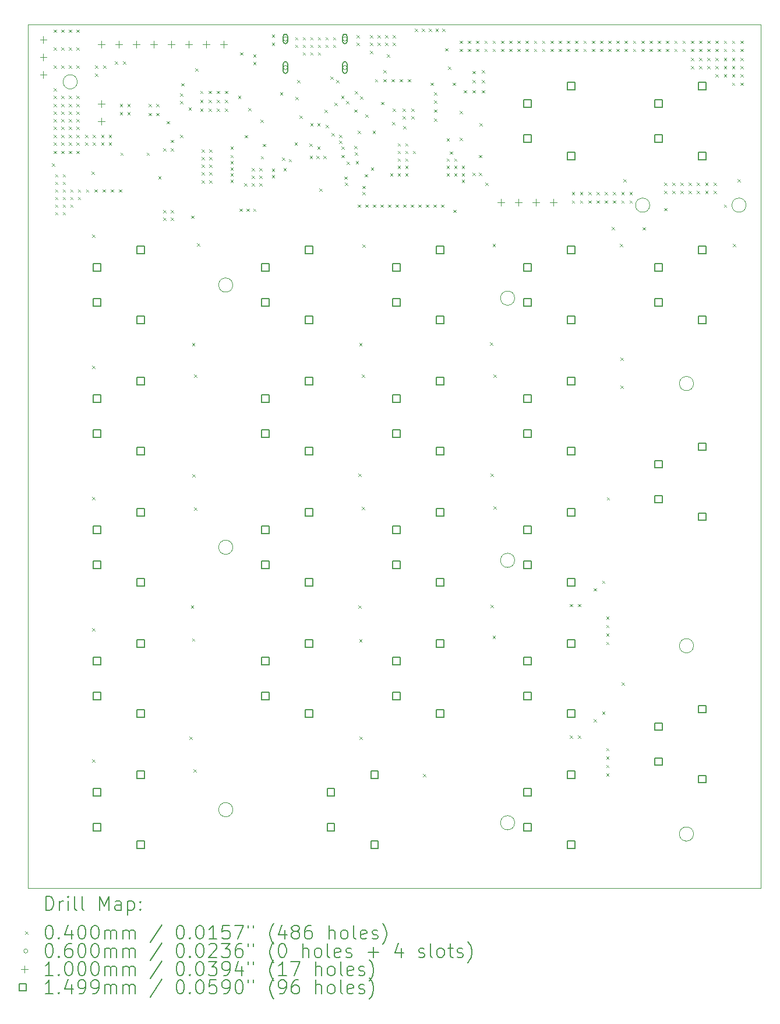
<source format=gbr>
%TF.GenerationSoftware,KiCad,Pcbnew,7.0.7*%
%TF.CreationDate,2024-03-23T11:57:12+09:00*%
%TF.ProjectId,RP2040_KBD,52503230-3430-45f4-9b42-442e6b696361,rev?*%
%TF.SameCoordinates,Original*%
%TF.FileFunction,Drillmap*%
%TF.FilePolarity,Positive*%
%FSLAX45Y45*%
G04 Gerber Fmt 4.5, Leading zero omitted, Abs format (unit mm)*
G04 Created by KiCad (PCBNEW 7.0.7) date 2024-03-23 11:57:12*
%MOMM*%
%LPD*%
G01*
G04 APERTURE LIST*
%ADD10C,0.100000*%
%ADD11C,0.200000*%
%ADD12C,0.040000*%
%ADD13C,0.060000*%
%ADD14C,0.149860*%
G04 APERTURE END LIST*
D10*
X4542956Y-3500000D02*
G75*
G03*
X4542956Y-3500000I-102956J0D01*
G01*
X13500000Y-14420000D02*
G75*
G03*
X13500000Y-14420000I-102956J0D01*
G01*
X6802956Y-10257044D02*
G75*
G03*
X6802956Y-10257044I-102956J0D01*
G01*
X6802956Y-6450000D02*
G75*
G03*
X6802956Y-6450000I-102956J0D01*
G01*
X10900000Y-6640000D02*
G75*
G03*
X10900000Y-6640000I-102956J0D01*
G01*
X14262956Y-5290000D02*
G75*
G03*
X14262956Y-5290000I-102956J0D01*
G01*
X10900000Y-14257044D02*
G75*
G03*
X10900000Y-14257044I-102956J0D01*
G01*
X6802956Y-14067044D02*
G75*
G03*
X6802956Y-14067044I-102956J0D01*
G01*
X13500000Y-7880000D02*
G75*
G03*
X13500000Y-7880000I-102956J0D01*
G01*
X10900000Y-10447044D02*
G75*
G03*
X10900000Y-10447044I-102956J0D01*
G01*
X3830000Y-2670000D02*
X14480000Y-2670000D01*
X14480000Y-15210000D01*
X3830000Y-15210000D01*
X3830000Y-2670000D01*
X12862956Y-5290000D02*
G75*
G03*
X12862956Y-5290000I-102956J0D01*
G01*
X13500000Y-11687044D02*
G75*
G03*
X13500000Y-11687044I-102956J0D01*
G01*
D11*
D12*
X4172500Y-4682500D02*
X4212500Y-4722500D01*
X4212500Y-4682500D02*
X4172500Y-4722500D01*
X4200000Y-2740000D02*
X4240000Y-2780000D01*
X4240000Y-2740000D02*
X4200000Y-2780000D01*
X4200000Y-3000000D02*
X4240000Y-3040000D01*
X4240000Y-3000000D02*
X4200000Y-3040000D01*
X4200000Y-3260000D02*
X4240000Y-3300000D01*
X4240000Y-3260000D02*
X4200000Y-3300000D01*
X4200000Y-3590000D02*
X4240000Y-3630000D01*
X4240000Y-3590000D02*
X4200000Y-3630000D01*
X4200000Y-3700000D02*
X4240000Y-3740000D01*
X4240000Y-3700000D02*
X4200000Y-3740000D01*
X4200000Y-3820000D02*
X4240000Y-3860000D01*
X4240000Y-3820000D02*
X4200000Y-3860000D01*
X4200000Y-3930000D02*
X4240000Y-3970000D01*
X4240000Y-3930000D02*
X4200000Y-3970000D01*
X4200000Y-4040000D02*
X4240000Y-4080000D01*
X4240000Y-4040000D02*
X4200000Y-4080000D01*
X4200000Y-4150000D02*
X4240000Y-4190000D01*
X4240000Y-4150000D02*
X4200000Y-4190000D01*
X4200000Y-4270000D02*
X4240000Y-4310000D01*
X4240000Y-4270000D02*
X4200000Y-4310000D01*
X4200000Y-4380000D02*
X4240000Y-4420000D01*
X4240000Y-4380000D02*
X4200000Y-4420000D01*
X4200000Y-4500000D02*
X4240000Y-4540000D01*
X4240000Y-4500000D02*
X4200000Y-4540000D01*
X4220000Y-4840000D02*
X4260000Y-4880000D01*
X4260000Y-4840000D02*
X4220000Y-4880000D01*
X4220000Y-4950000D02*
X4260000Y-4990000D01*
X4260000Y-4950000D02*
X4220000Y-4990000D01*
X4220000Y-5060000D02*
X4260000Y-5100000D01*
X4260000Y-5060000D02*
X4220000Y-5100000D01*
X4220000Y-5170000D02*
X4260000Y-5210000D01*
X4260000Y-5170000D02*
X4220000Y-5210000D01*
X4220000Y-5280000D02*
X4260000Y-5320000D01*
X4260000Y-5280000D02*
X4220000Y-5320000D01*
X4220000Y-5390000D02*
X4260000Y-5430000D01*
X4260000Y-5390000D02*
X4220000Y-5430000D01*
X4310000Y-2740000D02*
X4350000Y-2780000D01*
X4350000Y-2740000D02*
X4310000Y-2780000D01*
X4310000Y-3000000D02*
X4350000Y-3040000D01*
X4350000Y-3000000D02*
X4310000Y-3040000D01*
X4310000Y-3260000D02*
X4350000Y-3300000D01*
X4350000Y-3260000D02*
X4310000Y-3300000D01*
X4310000Y-3700000D02*
X4350000Y-3740000D01*
X4350000Y-3700000D02*
X4310000Y-3740000D01*
X4310000Y-3820000D02*
X4350000Y-3860000D01*
X4350000Y-3820000D02*
X4310000Y-3860000D01*
X4310000Y-3930000D02*
X4350000Y-3970000D01*
X4350000Y-3930000D02*
X4310000Y-3970000D01*
X4310000Y-4040000D02*
X4350000Y-4080000D01*
X4350000Y-4040000D02*
X4310000Y-4080000D01*
X4310000Y-4150000D02*
X4350000Y-4190000D01*
X4350000Y-4150000D02*
X4310000Y-4190000D01*
X4310000Y-4270000D02*
X4350000Y-4310000D01*
X4350000Y-4270000D02*
X4310000Y-4310000D01*
X4310000Y-4380000D02*
X4350000Y-4420000D01*
X4350000Y-4380000D02*
X4310000Y-4420000D01*
X4310000Y-4500000D02*
X4350000Y-4540000D01*
X4350000Y-4500000D02*
X4310000Y-4540000D01*
X4330000Y-4840000D02*
X4370000Y-4880000D01*
X4370000Y-4840000D02*
X4330000Y-4880000D01*
X4330000Y-4950000D02*
X4370000Y-4990000D01*
X4370000Y-4950000D02*
X4330000Y-4990000D01*
X4330000Y-5060000D02*
X4370000Y-5100000D01*
X4370000Y-5060000D02*
X4330000Y-5100000D01*
X4330000Y-5170000D02*
X4370000Y-5210000D01*
X4370000Y-5170000D02*
X4330000Y-5210000D01*
X4330000Y-5280000D02*
X4370000Y-5320000D01*
X4370000Y-5280000D02*
X4330000Y-5320000D01*
X4330000Y-5390000D02*
X4370000Y-5430000D01*
X4370000Y-5390000D02*
X4330000Y-5430000D01*
X4420000Y-2740000D02*
X4460000Y-2780000D01*
X4460000Y-2740000D02*
X4420000Y-2780000D01*
X4420000Y-3000000D02*
X4460000Y-3040000D01*
X4460000Y-3000000D02*
X4420000Y-3040000D01*
X4420000Y-3260000D02*
X4460000Y-3300000D01*
X4460000Y-3260000D02*
X4420000Y-3300000D01*
X4420000Y-3700000D02*
X4460000Y-3740000D01*
X4460000Y-3700000D02*
X4420000Y-3740000D01*
X4420000Y-3820000D02*
X4460000Y-3860000D01*
X4460000Y-3820000D02*
X4420000Y-3860000D01*
X4420000Y-3930000D02*
X4460000Y-3970000D01*
X4460000Y-3930000D02*
X4420000Y-3970000D01*
X4420000Y-4040000D02*
X4460000Y-4080000D01*
X4460000Y-4040000D02*
X4420000Y-4080000D01*
X4420000Y-4150000D02*
X4460000Y-4190000D01*
X4460000Y-4150000D02*
X4420000Y-4190000D01*
X4420000Y-4270000D02*
X4460000Y-4310000D01*
X4460000Y-4270000D02*
X4420000Y-4310000D01*
X4420000Y-4380000D02*
X4460000Y-4420000D01*
X4460000Y-4380000D02*
X4420000Y-4420000D01*
X4420000Y-4500000D02*
X4460000Y-4540000D01*
X4460000Y-4500000D02*
X4420000Y-4540000D01*
X4440000Y-5060000D02*
X4480000Y-5100000D01*
X4480000Y-5060000D02*
X4440000Y-5100000D01*
X4440000Y-5170000D02*
X4480000Y-5210000D01*
X4480000Y-5170000D02*
X4440000Y-5210000D01*
X4440000Y-5280000D02*
X4480000Y-5320000D01*
X4480000Y-5280000D02*
X4440000Y-5320000D01*
X4530000Y-2740000D02*
X4570000Y-2780000D01*
X4570000Y-2740000D02*
X4530000Y-2780000D01*
X4530000Y-3000000D02*
X4570000Y-3040000D01*
X4570000Y-3000000D02*
X4530000Y-3040000D01*
X4530000Y-3260000D02*
X4570000Y-3300000D01*
X4570000Y-3260000D02*
X4530000Y-3300000D01*
X4530000Y-3700000D02*
X4570000Y-3740000D01*
X4570000Y-3700000D02*
X4530000Y-3740000D01*
X4530000Y-3820000D02*
X4570000Y-3860000D01*
X4570000Y-3820000D02*
X4530000Y-3860000D01*
X4530000Y-3930000D02*
X4570000Y-3970000D01*
X4570000Y-3930000D02*
X4530000Y-3970000D01*
X4530000Y-4040000D02*
X4570000Y-4080000D01*
X4570000Y-4040000D02*
X4530000Y-4080000D01*
X4530000Y-4150000D02*
X4570000Y-4190000D01*
X4570000Y-4150000D02*
X4530000Y-4190000D01*
X4530000Y-4270000D02*
X4570000Y-4310000D01*
X4570000Y-4270000D02*
X4530000Y-4310000D01*
X4530000Y-4380000D02*
X4570000Y-4420000D01*
X4570000Y-4380000D02*
X4530000Y-4420000D01*
X4530000Y-4500000D02*
X4570000Y-4540000D01*
X4570000Y-4500000D02*
X4530000Y-4540000D01*
X4550000Y-5060000D02*
X4590000Y-5100000D01*
X4590000Y-5060000D02*
X4550000Y-5100000D01*
X4550000Y-5170000D02*
X4590000Y-5210000D01*
X4590000Y-5170000D02*
X4550000Y-5210000D01*
X4660000Y-4270000D02*
X4700000Y-4310000D01*
X4700000Y-4270000D02*
X4660000Y-4310000D01*
X4660000Y-4380000D02*
X4700000Y-4420000D01*
X4700000Y-4380000D02*
X4660000Y-4420000D01*
X4670000Y-5060000D02*
X4710000Y-5100000D01*
X4710000Y-5060000D02*
X4670000Y-5100000D01*
X4750000Y-4800000D02*
X4790000Y-4840000D01*
X4790000Y-4800000D02*
X4750000Y-4840000D01*
X4760000Y-5719000D02*
X4800000Y-5759000D01*
X4800000Y-5719000D02*
X4760000Y-5759000D01*
X4760000Y-7624000D02*
X4800000Y-7664000D01*
X4800000Y-7624000D02*
X4760000Y-7664000D01*
X4760000Y-9529000D02*
X4800000Y-9569000D01*
X4800000Y-9529000D02*
X4760000Y-9569000D01*
X4760000Y-11434000D02*
X4800000Y-11474000D01*
X4800000Y-11434000D02*
X4760000Y-11474000D01*
X4760000Y-13339000D02*
X4800000Y-13379000D01*
X4800000Y-13339000D02*
X4760000Y-13379000D01*
X4770000Y-4270000D02*
X4810000Y-4310000D01*
X4810000Y-4270000D02*
X4770000Y-4310000D01*
X4770000Y-4380000D02*
X4810000Y-4420000D01*
X4810000Y-4380000D02*
X4770000Y-4420000D01*
X4790000Y-5060000D02*
X4830000Y-5100000D01*
X4830000Y-5060000D02*
X4790000Y-5100000D01*
X4800000Y-3260000D02*
X4840000Y-3300000D01*
X4840000Y-3260000D02*
X4800000Y-3300000D01*
X4800000Y-3380000D02*
X4840000Y-3420000D01*
X4840000Y-3380000D02*
X4800000Y-3420000D01*
X4890000Y-4270000D02*
X4930000Y-4310000D01*
X4930000Y-4270000D02*
X4890000Y-4310000D01*
X4890000Y-4380000D02*
X4930000Y-4420000D01*
X4930000Y-4380000D02*
X4890000Y-4420000D01*
X4910000Y-5060000D02*
X4950000Y-5100000D01*
X4950000Y-5060000D02*
X4910000Y-5100000D01*
X4920000Y-3260000D02*
X4960000Y-3300000D01*
X4960000Y-3260000D02*
X4920000Y-3300000D01*
X5000000Y-4270000D02*
X5040000Y-4310000D01*
X5040000Y-4270000D02*
X5000000Y-4310000D01*
X5000000Y-4380000D02*
X5040000Y-4420000D01*
X5040000Y-4380000D02*
X5000000Y-4420000D01*
X5030000Y-5060000D02*
X5070000Y-5100000D01*
X5070000Y-5060000D02*
X5030000Y-5100000D01*
X5090000Y-3200000D02*
X5130000Y-3240000D01*
X5130000Y-3200000D02*
X5090000Y-3240000D01*
X5150000Y-5060000D02*
X5190000Y-5100000D01*
X5190000Y-5060000D02*
X5150000Y-5100000D01*
X5160000Y-3820000D02*
X5200000Y-3860000D01*
X5200000Y-3820000D02*
X5160000Y-3860000D01*
X5160000Y-3940000D02*
X5200000Y-3980000D01*
X5200000Y-3940000D02*
X5160000Y-3980000D01*
X5170017Y-4526818D02*
X5210017Y-4566818D01*
X5210017Y-4526818D02*
X5170017Y-4566818D01*
X5210000Y-3200000D02*
X5250000Y-3240000D01*
X5250000Y-3200000D02*
X5210000Y-3240000D01*
X5270000Y-3820000D02*
X5310000Y-3860000D01*
X5310000Y-3820000D02*
X5270000Y-3860000D01*
X5270000Y-3940000D02*
X5310000Y-3980000D01*
X5310000Y-3940000D02*
X5270000Y-3980000D01*
X5551025Y-4526828D02*
X5591025Y-4566828D01*
X5591025Y-4526828D02*
X5551025Y-4566828D01*
X5580000Y-3820000D02*
X5620000Y-3860000D01*
X5620000Y-3820000D02*
X5580000Y-3860000D01*
X5580000Y-3950000D02*
X5620000Y-3990000D01*
X5620000Y-3950000D02*
X5580000Y-3990000D01*
X5690000Y-3820000D02*
X5730000Y-3860000D01*
X5730000Y-3820000D02*
X5690000Y-3860000D01*
X5690000Y-3950000D02*
X5730000Y-3990000D01*
X5730000Y-3950000D02*
X5690000Y-3990000D01*
X5720000Y-4870000D02*
X5760000Y-4910000D01*
X5760000Y-4870000D02*
X5720000Y-4910000D01*
X5790000Y-4460000D02*
X5830000Y-4500000D01*
X5830000Y-4460000D02*
X5790000Y-4500000D01*
X5790000Y-5360000D02*
X5830000Y-5400000D01*
X5830000Y-5360000D02*
X5790000Y-5400000D01*
X5790000Y-5470000D02*
X5830000Y-5510000D01*
X5830000Y-5470000D02*
X5790000Y-5510000D01*
X5840000Y-4070000D02*
X5880000Y-4110000D01*
X5880000Y-4070000D02*
X5840000Y-4110000D01*
X5900000Y-4340000D02*
X5940000Y-4380000D01*
X5940000Y-4340000D02*
X5900000Y-4380000D01*
X5900000Y-4460000D02*
X5940000Y-4500000D01*
X5940000Y-4460000D02*
X5900000Y-4500000D01*
X5900000Y-5360000D02*
X5940000Y-5400000D01*
X5940000Y-5360000D02*
X5900000Y-5400000D01*
X5900000Y-5470000D02*
X5940000Y-5510000D01*
X5940000Y-5470000D02*
X5900000Y-5510000D01*
X6040000Y-3670000D02*
X6080000Y-3710000D01*
X6080000Y-3670000D02*
X6040000Y-3710000D01*
X6040000Y-3780000D02*
X6080000Y-3820000D01*
X6080000Y-3780000D02*
X6040000Y-3820000D01*
X6040000Y-4270000D02*
X6080000Y-4310000D01*
X6080000Y-4270000D02*
X6040000Y-4310000D01*
X6052002Y-3520050D02*
X6092002Y-3560050D01*
X6092002Y-3520050D02*
X6052002Y-3560050D01*
X6160000Y-3870000D02*
X6200000Y-3910000D01*
X6200000Y-3870000D02*
X6160000Y-3910000D01*
X6170000Y-13005000D02*
X6210000Y-13045000D01*
X6210000Y-13005000D02*
X6170000Y-13045000D01*
X6194782Y-11100000D02*
X6234782Y-11140000D01*
X6234782Y-11100000D02*
X6194782Y-11140000D01*
X6200004Y-5440000D02*
X6240004Y-5480000D01*
X6240004Y-5440000D02*
X6200004Y-5480000D01*
X6210000Y-7290000D02*
X6250000Y-7330000D01*
X6250000Y-7290000D02*
X6210000Y-7330000D01*
X6210000Y-11580000D02*
X6250000Y-11620000D01*
X6250000Y-11580000D02*
X6210000Y-11620000D01*
X6215000Y-9195000D02*
X6255000Y-9235000D01*
X6255000Y-9195000D02*
X6215000Y-9235000D01*
X6230000Y-13480000D02*
X6270000Y-13520000D01*
X6270000Y-13480000D02*
X6230000Y-13520000D01*
X6240000Y-7750000D02*
X6280000Y-7790000D01*
X6280000Y-7750000D02*
X6240000Y-7790000D01*
X6240000Y-9680000D02*
X6280000Y-9720000D01*
X6280000Y-9680000D02*
X6240000Y-9720000D01*
X6260000Y-3300000D02*
X6300000Y-3340000D01*
X6300000Y-3300000D02*
X6260000Y-3340000D01*
X6285000Y-5845000D02*
X6325000Y-5885000D01*
X6325000Y-5845000D02*
X6285000Y-5885000D01*
X6330000Y-3630000D02*
X6370000Y-3670000D01*
X6370000Y-3630000D02*
X6330000Y-3670000D01*
X6330000Y-3760000D02*
X6370000Y-3800000D01*
X6370000Y-3760000D02*
X6330000Y-3800000D01*
X6330000Y-3890000D02*
X6370000Y-3930000D01*
X6370000Y-3890000D02*
X6330000Y-3930000D01*
X6350000Y-4480000D02*
X6390000Y-4520000D01*
X6390000Y-4480000D02*
X6350000Y-4520000D01*
X6350000Y-4590000D02*
X6390000Y-4630000D01*
X6390000Y-4590000D02*
X6350000Y-4630000D01*
X6350000Y-4700000D02*
X6390000Y-4740000D01*
X6390000Y-4700000D02*
X6350000Y-4740000D01*
X6350000Y-4810000D02*
X6390000Y-4850000D01*
X6390000Y-4810000D02*
X6350000Y-4850000D01*
X6350000Y-4930000D02*
X6390000Y-4970000D01*
X6390000Y-4930000D02*
X6350000Y-4970000D01*
X6450000Y-3630000D02*
X6490000Y-3670000D01*
X6490000Y-3630000D02*
X6450000Y-3670000D01*
X6450000Y-3760000D02*
X6490000Y-3800000D01*
X6490000Y-3760000D02*
X6450000Y-3800000D01*
X6450000Y-3890000D02*
X6490000Y-3930000D01*
X6490000Y-3890000D02*
X6450000Y-3930000D01*
X6460000Y-4480000D02*
X6500000Y-4520000D01*
X6500000Y-4480000D02*
X6460000Y-4520000D01*
X6460000Y-4590000D02*
X6500000Y-4630000D01*
X6500000Y-4590000D02*
X6460000Y-4630000D01*
X6460000Y-4700000D02*
X6500000Y-4740000D01*
X6500000Y-4700000D02*
X6460000Y-4740000D01*
X6460000Y-4810000D02*
X6500000Y-4850000D01*
X6500000Y-4810000D02*
X6460000Y-4850000D01*
X6460000Y-4930000D02*
X6500000Y-4970000D01*
X6500000Y-4930000D02*
X6460000Y-4970000D01*
X6570000Y-3630000D02*
X6610000Y-3670000D01*
X6610000Y-3630000D02*
X6570000Y-3670000D01*
X6570000Y-3760000D02*
X6610000Y-3800000D01*
X6610000Y-3760000D02*
X6570000Y-3800000D01*
X6570000Y-3890000D02*
X6610000Y-3930000D01*
X6610000Y-3890000D02*
X6570000Y-3930000D01*
X6690000Y-3630000D02*
X6730000Y-3670000D01*
X6730000Y-3630000D02*
X6690000Y-3670000D01*
X6690000Y-3760000D02*
X6730000Y-3800000D01*
X6730000Y-3760000D02*
X6690000Y-3800000D01*
X6690000Y-3890000D02*
X6730000Y-3930000D01*
X6730000Y-3890000D02*
X6690000Y-3930000D01*
X6770000Y-4440000D02*
X6810000Y-4480000D01*
X6810000Y-4440000D02*
X6770000Y-4480000D01*
X6770000Y-4560000D02*
X6810000Y-4600000D01*
X6810000Y-4560000D02*
X6770000Y-4600000D01*
X6770000Y-4650050D02*
X6810000Y-4690050D01*
X6810000Y-4650050D02*
X6770000Y-4690050D01*
X6770000Y-4740000D02*
X6810000Y-4780000D01*
X6810000Y-4740000D02*
X6770000Y-4780000D01*
X6770000Y-4830000D02*
X6810000Y-4870000D01*
X6810000Y-4830000D02*
X6770000Y-4870000D01*
X6770000Y-4919950D02*
X6810000Y-4959950D01*
X6810000Y-4919950D02*
X6770000Y-4959950D01*
X6880000Y-3700050D02*
X6920000Y-3740050D01*
X6920000Y-3700050D02*
X6880000Y-3740050D01*
X6900000Y-5340000D02*
X6940000Y-5380000D01*
X6940000Y-5340000D02*
X6900000Y-5380000D01*
X6910000Y-3070000D02*
X6950000Y-3110000D01*
X6950000Y-3070000D02*
X6910000Y-3110000D01*
X6970000Y-4970000D02*
X7010000Y-5010000D01*
X7010000Y-4970000D02*
X6970000Y-5010000D01*
X6979695Y-4273579D02*
X7019695Y-4313579D01*
X7019695Y-4273579D02*
X6979695Y-4313579D01*
X7000000Y-5340000D02*
X7040000Y-5380000D01*
X7040000Y-5340000D02*
X7000000Y-5380000D01*
X7030000Y-3880000D02*
X7070000Y-3920000D01*
X7070000Y-3880000D02*
X7030000Y-3920000D01*
X7080000Y-4750000D02*
X7120000Y-4790000D01*
X7120000Y-4750000D02*
X7080000Y-4790000D01*
X7080000Y-4860000D02*
X7120000Y-4900000D01*
X7120000Y-4860000D02*
X7080000Y-4900000D01*
X7080000Y-4970000D02*
X7120000Y-5010000D01*
X7120000Y-4970000D02*
X7080000Y-5010000D01*
X7100000Y-3100000D02*
X7140000Y-3140000D01*
X7140000Y-3100000D02*
X7100000Y-3140000D01*
X7100000Y-3210000D02*
X7140000Y-3250000D01*
X7140000Y-3210000D02*
X7100000Y-3250000D01*
X7100000Y-5340000D02*
X7140000Y-5380000D01*
X7140000Y-5340000D02*
X7100000Y-5380000D01*
X7190000Y-4750000D02*
X7230000Y-4790000D01*
X7230000Y-4750000D02*
X7190000Y-4790000D01*
X7190000Y-4860000D02*
X7230000Y-4900000D01*
X7230000Y-4860000D02*
X7190000Y-4900000D01*
X7190000Y-4970000D02*
X7230000Y-5010000D01*
X7230000Y-4970000D02*
X7190000Y-5010000D01*
X7203275Y-4050000D02*
X7243275Y-4090000D01*
X7243275Y-4050000D02*
X7203275Y-4090000D01*
X7210000Y-4577426D02*
X7250000Y-4617426D01*
X7250000Y-4577426D02*
X7210000Y-4617426D01*
X7240000Y-4400000D02*
X7280000Y-4440000D01*
X7280000Y-4400000D02*
X7240000Y-4440000D01*
X7370000Y-2810000D02*
X7410000Y-2850000D01*
X7410000Y-2810000D02*
X7370000Y-2850000D01*
X7370000Y-2930000D02*
X7410000Y-2970000D01*
X7410000Y-2930000D02*
X7370000Y-2970000D01*
X7370000Y-4850000D02*
X7410000Y-4890000D01*
X7410000Y-4850000D02*
X7370000Y-4890000D01*
X7370050Y-4760000D02*
X7410050Y-4800000D01*
X7410050Y-4760000D02*
X7370050Y-4800000D01*
X7490156Y-3649843D02*
X7530156Y-3689843D01*
X7530156Y-3649843D02*
X7490156Y-3689843D01*
X7520000Y-4600000D02*
X7560000Y-4640000D01*
X7560000Y-4600000D02*
X7520000Y-4640000D01*
X7540000Y-4750000D02*
X7580000Y-4790000D01*
X7580000Y-4750000D02*
X7540000Y-4790000D01*
X7616440Y-4619950D02*
X7656440Y-4659950D01*
X7656440Y-4619950D02*
X7616440Y-4659950D01*
X7700000Y-4380050D02*
X7740000Y-4420050D01*
X7740000Y-4380050D02*
X7700000Y-4420050D01*
X7710000Y-2850000D02*
X7750000Y-2890000D01*
X7750000Y-2850000D02*
X7710000Y-2890000D01*
X7710000Y-2960000D02*
X7750000Y-3000000D01*
X7750000Y-2960000D02*
X7710000Y-3000000D01*
X7715000Y-3720050D02*
X7755000Y-3760050D01*
X7755000Y-3720050D02*
X7715000Y-3760050D01*
X7740000Y-3470000D02*
X7780000Y-3510000D01*
X7780000Y-3470000D02*
X7740000Y-3510000D01*
X7775025Y-3989950D02*
X7815025Y-4029950D01*
X7815025Y-3989950D02*
X7775025Y-4029950D01*
X7820000Y-2850000D02*
X7860000Y-2890000D01*
X7860000Y-2850000D02*
X7820000Y-2890000D01*
X7820000Y-2960000D02*
X7860000Y-3000000D01*
X7860000Y-2960000D02*
X7820000Y-3000000D01*
X7820000Y-3070000D02*
X7860000Y-3110000D01*
X7860000Y-3070000D02*
X7820000Y-3110000D01*
X7913735Y-4398063D02*
X7953735Y-4438063D01*
X7953735Y-4398063D02*
X7913735Y-4438063D01*
X7920000Y-4575000D02*
X7960000Y-4615000D01*
X7960000Y-4575000D02*
X7920000Y-4615000D01*
X7930000Y-2850000D02*
X7970000Y-2890000D01*
X7970000Y-2850000D02*
X7930000Y-2890000D01*
X7930000Y-2960000D02*
X7970000Y-3000000D01*
X7970000Y-2960000D02*
X7930000Y-3000000D01*
X7930000Y-3070000D02*
X7970000Y-3110000D01*
X7970000Y-3070000D02*
X7930000Y-3110000D01*
X7930000Y-4098190D02*
X7970000Y-4138190D01*
X7970000Y-4098190D02*
X7930000Y-4138190D01*
X8020000Y-4575000D02*
X8060000Y-4615000D01*
X8060000Y-4575000D02*
X8020000Y-4615000D01*
X8030000Y-4098190D02*
X8070000Y-4138190D01*
X8070000Y-4098190D02*
X8030000Y-4138190D01*
X8030000Y-4440000D02*
X8070000Y-4480000D01*
X8070000Y-4440000D02*
X8030000Y-4480000D01*
X8040000Y-2850000D02*
X8080000Y-2890000D01*
X8080000Y-2850000D02*
X8040000Y-2890000D01*
X8040000Y-2960000D02*
X8080000Y-3000000D01*
X8080000Y-2960000D02*
X8040000Y-3000000D01*
X8040000Y-3070000D02*
X8080000Y-3110000D01*
X8080000Y-3070000D02*
X8040000Y-3110000D01*
X8059950Y-5048033D02*
X8099950Y-5088033D01*
X8099950Y-5048033D02*
X8059950Y-5088033D01*
X8120000Y-4575000D02*
X8160000Y-4615000D01*
X8160000Y-4575000D02*
X8120000Y-4615000D01*
X8133844Y-3906786D02*
X8173844Y-3946786D01*
X8173844Y-3906786D02*
X8133844Y-3946786D01*
X8150000Y-2850000D02*
X8190000Y-2890000D01*
X8190000Y-2850000D02*
X8150000Y-2890000D01*
X8150000Y-2960000D02*
X8190000Y-3000000D01*
X8190000Y-2960000D02*
X8150000Y-3000000D01*
X8155010Y-4124940D02*
X8195010Y-4164940D01*
X8195010Y-4124940D02*
X8155010Y-4164940D01*
X8220013Y-3422057D02*
X8260013Y-3462057D01*
X8260013Y-3422057D02*
X8220013Y-3462057D01*
X8240000Y-4240000D02*
X8280000Y-4280000D01*
X8280000Y-4240000D02*
X8240000Y-4280000D01*
X8260000Y-2850000D02*
X8300000Y-2890000D01*
X8300000Y-2850000D02*
X8260000Y-2890000D01*
X8260000Y-2960000D02*
X8300000Y-3000000D01*
X8300000Y-2960000D02*
X8260000Y-3000000D01*
X8280000Y-3800000D02*
X8320000Y-3840000D01*
X8320000Y-3800000D02*
X8280000Y-3840000D01*
X8305013Y-3474987D02*
X8345013Y-3514987D01*
X8345013Y-3474987D02*
X8305013Y-3514987D01*
X8349950Y-4265432D02*
X8389950Y-4305432D01*
X8389950Y-4265432D02*
X8349950Y-4305432D01*
X8349950Y-4355382D02*
X8389950Y-4395382D01*
X8389950Y-4355382D02*
X8349950Y-4395382D01*
X8377450Y-3700000D02*
X8417450Y-3740000D01*
X8417450Y-3700000D02*
X8377450Y-3740000D01*
X8379950Y-4560088D02*
X8419950Y-4600088D01*
X8419950Y-4560088D02*
X8379950Y-4600088D01*
X8380000Y-4440138D02*
X8420000Y-4480138D01*
X8420000Y-4440138D02*
X8380000Y-4480138D01*
X8427019Y-4874277D02*
X8467019Y-4914277D01*
X8467019Y-4874277D02*
X8427019Y-4914277D01*
X8430592Y-4964156D02*
X8470592Y-5004156D01*
X8470592Y-4964156D02*
X8430592Y-5004156D01*
X8452400Y-3774950D02*
X8492400Y-3814950D01*
X8492400Y-3774950D02*
X8452400Y-3814950D01*
X8459950Y-4660000D02*
X8499950Y-4700000D01*
X8499950Y-4660000D02*
X8459950Y-4700000D01*
X8570000Y-3900000D02*
X8610000Y-3940000D01*
X8610000Y-3900000D02*
X8570000Y-3940000D01*
X8571286Y-4430288D02*
X8611286Y-4470288D01*
X8611286Y-4430288D02*
X8571286Y-4470288D01*
X8577450Y-4520000D02*
X8617450Y-4560000D01*
X8617450Y-4520000D02*
X8577450Y-4560000D01*
X8580000Y-3633830D02*
X8620000Y-3673830D01*
X8620000Y-3633830D02*
X8580000Y-3673830D01*
X8590000Y-4650000D02*
X8630000Y-4690000D01*
X8630000Y-4650000D02*
X8590000Y-4690000D01*
X8600000Y-2820000D02*
X8640000Y-2860000D01*
X8640000Y-2820000D02*
X8600000Y-2860000D01*
X8600000Y-2930000D02*
X8640000Y-2970000D01*
X8640000Y-2930000D02*
X8600000Y-2970000D01*
X8620000Y-4210000D02*
X8660000Y-4250000D01*
X8660000Y-4210000D02*
X8620000Y-4250000D01*
X8620000Y-5280000D02*
X8660000Y-5320000D01*
X8660000Y-5280000D02*
X8620000Y-5320000D01*
X8630000Y-9190000D02*
X8670000Y-9230000D01*
X8670000Y-9190000D02*
X8630000Y-9230000D01*
X8630000Y-11100000D02*
X8670000Y-11140000D01*
X8670000Y-11100000D02*
X8630000Y-11140000D01*
X8640000Y-7290000D02*
X8680000Y-7330000D01*
X8680000Y-7290000D02*
X8640000Y-7330000D01*
X8640000Y-11590000D02*
X8680000Y-11630000D01*
X8680000Y-11590000D02*
X8640000Y-11630000D01*
X8644000Y-13004000D02*
X8684000Y-13044000D01*
X8684000Y-13004000D02*
X8644000Y-13044000D01*
X8653520Y-3708738D02*
X8693520Y-3748738D01*
X8693520Y-3708738D02*
X8653520Y-3748738D01*
X8680000Y-7750000D02*
X8720000Y-7790000D01*
X8720000Y-7750000D02*
X8680000Y-7790000D01*
X8680000Y-9670000D02*
X8720000Y-9710000D01*
X8720000Y-9670000D02*
X8680000Y-9710000D01*
X8690000Y-5010050D02*
X8730000Y-5050050D01*
X8730000Y-5010050D02*
X8690000Y-5050050D01*
X8690000Y-5100000D02*
X8730000Y-5140000D01*
X8730000Y-5100000D02*
X8690000Y-5140000D01*
X8690000Y-5860000D02*
X8730000Y-5900000D01*
X8730000Y-5860000D02*
X8690000Y-5900000D01*
X8720000Y-4840000D02*
X8760000Y-4880000D01*
X8760000Y-4840000D02*
X8720000Y-4880000D01*
X8730000Y-5280000D02*
X8770000Y-5320000D01*
X8770000Y-5280000D02*
X8730000Y-5320000D01*
X8730030Y-3974959D02*
X8770030Y-4014959D01*
X8770030Y-3974959D02*
X8730030Y-4014959D01*
X8800000Y-2820000D02*
X8840000Y-2860000D01*
X8840000Y-2820000D02*
X8800000Y-2860000D01*
X8800000Y-2930000D02*
X8840000Y-2970000D01*
X8840000Y-2930000D02*
X8800000Y-2970000D01*
X8800000Y-3050000D02*
X8840000Y-3090000D01*
X8840000Y-3050000D02*
X8800000Y-3090000D01*
X8810000Y-4740000D02*
X8850000Y-4780000D01*
X8850000Y-4740000D02*
X8810000Y-4780000D01*
X8835000Y-4210000D02*
X8875000Y-4250000D01*
X8875000Y-4210000D02*
X8835000Y-4250000D01*
X8840000Y-5280000D02*
X8880000Y-5320000D01*
X8880000Y-5280000D02*
X8840000Y-5320000D01*
X8870000Y-3460000D02*
X8910000Y-3500000D01*
X8910000Y-3460000D02*
X8870000Y-3500000D01*
X8910000Y-2820000D02*
X8950000Y-2860000D01*
X8950000Y-2820000D02*
X8910000Y-2860000D01*
X8910000Y-2930000D02*
X8950000Y-2970000D01*
X8950000Y-2930000D02*
X8910000Y-2970000D01*
X8950000Y-5280000D02*
X8990000Y-5320000D01*
X8990000Y-5280000D02*
X8950000Y-5320000D01*
X8960000Y-3790000D02*
X9000000Y-3830000D01*
X9000000Y-3790000D02*
X8960000Y-3830000D01*
X8990000Y-3330000D02*
X9030000Y-3370000D01*
X9030000Y-3330000D02*
X8990000Y-3370000D01*
X8990000Y-3460000D02*
X9030000Y-3500000D01*
X9030000Y-3460000D02*
X8990000Y-3500000D01*
X8990000Y-3460000D02*
X9030000Y-3500000D01*
X9030000Y-3460000D02*
X8990000Y-3500000D01*
X9020000Y-2820000D02*
X9060000Y-2860000D01*
X9060000Y-2820000D02*
X9020000Y-2860000D01*
X9020000Y-2930000D02*
X9060000Y-2970000D01*
X9060000Y-2930000D02*
X9020000Y-2970000D01*
X9040000Y-3100000D02*
X9080000Y-3140000D01*
X9080000Y-3100000D02*
X9040000Y-3140000D01*
X9060000Y-5280000D02*
X9100000Y-5320000D01*
X9100000Y-5280000D02*
X9060000Y-5320000D01*
X9090000Y-4830000D02*
X9130000Y-4870000D01*
X9130000Y-4830000D02*
X9090000Y-4870000D01*
X9110000Y-3460000D02*
X9150000Y-3500000D01*
X9150000Y-3460000D02*
X9110000Y-3500000D01*
X9120000Y-4080000D02*
X9160000Y-4120000D01*
X9160000Y-4080000D02*
X9120000Y-4120000D01*
X9130000Y-2820000D02*
X9170000Y-2860000D01*
X9170000Y-2820000D02*
X9130000Y-2860000D01*
X9130000Y-2930000D02*
X9170000Y-2970000D01*
X9170000Y-2930000D02*
X9130000Y-2970000D01*
X9130000Y-3890000D02*
X9170000Y-3930000D01*
X9170000Y-3890000D02*
X9130000Y-3930000D01*
X9170000Y-5280000D02*
X9210000Y-5320000D01*
X9210000Y-5280000D02*
X9170000Y-5320000D01*
X9200000Y-4390000D02*
X9240000Y-4430000D01*
X9240000Y-4390000D02*
X9200000Y-4430000D01*
X9200000Y-4500000D02*
X9240000Y-4540000D01*
X9240000Y-4500000D02*
X9200000Y-4540000D01*
X9200000Y-4610000D02*
X9240000Y-4650000D01*
X9240000Y-4610000D02*
X9200000Y-4650000D01*
X9200000Y-4720000D02*
X9240000Y-4760000D01*
X9240000Y-4720000D02*
X9200000Y-4760000D01*
X9200000Y-4830000D02*
X9240000Y-4870000D01*
X9240000Y-4830000D02*
X9200000Y-4870000D01*
X9230000Y-3460000D02*
X9270000Y-3500000D01*
X9270000Y-3460000D02*
X9230000Y-3500000D01*
X9270000Y-3890000D02*
X9310000Y-3930000D01*
X9310000Y-3890000D02*
X9270000Y-3930000D01*
X9270000Y-4000000D02*
X9310000Y-4040000D01*
X9310000Y-4000000D02*
X9270000Y-4040000D01*
X9280000Y-4140000D02*
X9320000Y-4180000D01*
X9320000Y-4140000D02*
X9280000Y-4180000D01*
X9280000Y-5280000D02*
X9320000Y-5320000D01*
X9320000Y-5280000D02*
X9280000Y-5320000D01*
X9310000Y-4390000D02*
X9350000Y-4430000D01*
X9350000Y-4390000D02*
X9310000Y-4430000D01*
X9310000Y-4500000D02*
X9350000Y-4540000D01*
X9350000Y-4500000D02*
X9310000Y-4540000D01*
X9310000Y-4610000D02*
X9350000Y-4650000D01*
X9350000Y-4610000D02*
X9310000Y-4650000D01*
X9310000Y-4720000D02*
X9350000Y-4760000D01*
X9350000Y-4720000D02*
X9310000Y-4760000D01*
X9310000Y-4830000D02*
X9350000Y-4870000D01*
X9350000Y-4830000D02*
X9310000Y-4870000D01*
X9350000Y-3460000D02*
X9390000Y-3500000D01*
X9390000Y-3460000D02*
X9350000Y-3500000D01*
X9390000Y-5280000D02*
X9430000Y-5320000D01*
X9430000Y-5280000D02*
X9390000Y-5320000D01*
X9400000Y-3890000D02*
X9440000Y-3930000D01*
X9440000Y-3890000D02*
X9400000Y-3930000D01*
X9400000Y-4000000D02*
X9440000Y-4040000D01*
X9440000Y-4000000D02*
X9400000Y-4040000D01*
X9420000Y-4500000D02*
X9460000Y-4540000D01*
X9460000Y-4500000D02*
X9420000Y-4540000D01*
X9450000Y-2730000D02*
X9490000Y-2770000D01*
X9490000Y-2730000D02*
X9450000Y-2770000D01*
X9500000Y-5280000D02*
X9540000Y-5320000D01*
X9540000Y-5280000D02*
X9500000Y-5320000D01*
X9550000Y-2730000D02*
X9590000Y-2770000D01*
X9590000Y-2730000D02*
X9550000Y-2770000D01*
X9570000Y-13550000D02*
X9610000Y-13590000D01*
X9610000Y-13550000D02*
X9570000Y-13590000D01*
X9610000Y-5280000D02*
X9650000Y-5320000D01*
X9650000Y-5280000D02*
X9610000Y-5320000D01*
X9650000Y-2730000D02*
X9690000Y-2770000D01*
X9690000Y-2730000D02*
X9650000Y-2770000D01*
X9675050Y-3510000D02*
X9715050Y-3550000D01*
X9715050Y-3510000D02*
X9675050Y-3550000D01*
X9720000Y-5280000D02*
X9760000Y-5320000D01*
X9760000Y-5280000D02*
X9720000Y-5320000D01*
X9730000Y-3650000D02*
X9770000Y-3690000D01*
X9770000Y-3650000D02*
X9730000Y-3690000D01*
X9730000Y-3770000D02*
X9770000Y-3810000D01*
X9770000Y-3770000D02*
X9730000Y-3810000D01*
X9730000Y-3900000D02*
X9770000Y-3940000D01*
X9770000Y-3900000D02*
X9730000Y-3940000D01*
X9730000Y-4030000D02*
X9770000Y-4070000D01*
X9770000Y-4030000D02*
X9730000Y-4070000D01*
X9750000Y-2730000D02*
X9790000Y-2770000D01*
X9790000Y-2730000D02*
X9750000Y-2770000D01*
X9830000Y-5280000D02*
X9870000Y-5320000D01*
X9870000Y-5280000D02*
X9830000Y-5320000D01*
X9850000Y-2730000D02*
X9890000Y-2770000D01*
X9890000Y-2730000D02*
X9850000Y-2770000D01*
X9890000Y-3010000D02*
X9930000Y-3050000D01*
X9930000Y-3010000D02*
X9890000Y-3050000D01*
X9910000Y-4320000D02*
X9950000Y-4360000D01*
X9950000Y-4320000D02*
X9910000Y-4360000D01*
X9910000Y-4610000D02*
X9950000Y-4650000D01*
X9950000Y-4610000D02*
X9910000Y-4650000D01*
X9910000Y-4720000D02*
X9950000Y-4760000D01*
X9950000Y-4720000D02*
X9910000Y-4760000D01*
X9910000Y-4830000D02*
X9950000Y-4870000D01*
X9950000Y-4830000D02*
X9910000Y-4870000D01*
X9930000Y-3280000D02*
X9970000Y-3320000D01*
X9970000Y-3280000D02*
X9930000Y-3320000D01*
X9960000Y-4510000D02*
X10000000Y-4550000D01*
X10000000Y-4510000D02*
X9960000Y-4550000D01*
X10000000Y-3510000D02*
X10040000Y-3550000D01*
X10040000Y-3510000D02*
X10000000Y-3550000D01*
X10010000Y-5355050D02*
X10050000Y-5395050D01*
X10050000Y-5355050D02*
X10010000Y-5395050D01*
X10020000Y-4610000D02*
X10060000Y-4650000D01*
X10060000Y-4610000D02*
X10020000Y-4650000D01*
X10020000Y-4720000D02*
X10060000Y-4760000D01*
X10060000Y-4720000D02*
X10020000Y-4760000D01*
X10020000Y-4830000D02*
X10060000Y-4870000D01*
X10060000Y-4830000D02*
X10020000Y-4870000D01*
X10100000Y-2900000D02*
X10140000Y-2940000D01*
X10140000Y-2900000D02*
X10100000Y-2940000D01*
X10100000Y-3020000D02*
X10140000Y-3060000D01*
X10140000Y-3020000D02*
X10100000Y-3060000D01*
X10100000Y-3920000D02*
X10140000Y-3960000D01*
X10140000Y-3920000D02*
X10100000Y-3960000D01*
X10100000Y-4310000D02*
X10140000Y-4350000D01*
X10140000Y-4310000D02*
X10100000Y-4350000D01*
X10130000Y-4720000D02*
X10170000Y-4760000D01*
X10170000Y-4720000D02*
X10130000Y-4760000D01*
X10130000Y-4830000D02*
X10170000Y-4870000D01*
X10170000Y-4830000D02*
X10130000Y-4870000D01*
X10130000Y-4920000D02*
X10170000Y-4960000D01*
X10170000Y-4920000D02*
X10130000Y-4960000D01*
X10160000Y-3620000D02*
X10200000Y-3660000D01*
X10200000Y-3620000D02*
X10160000Y-3660000D01*
X10220000Y-2900000D02*
X10260000Y-2940000D01*
X10260000Y-2900000D02*
X10220000Y-2940000D01*
X10220000Y-3020000D02*
X10260000Y-3060000D01*
X10260000Y-3020000D02*
X10220000Y-3060000D01*
X10290000Y-3340000D02*
X10330000Y-3380000D01*
X10330000Y-3340000D02*
X10290000Y-3380000D01*
X10290000Y-3470000D02*
X10330000Y-3510000D01*
X10330000Y-3470000D02*
X10290000Y-3510000D01*
X10290000Y-3620000D02*
X10330000Y-3660000D01*
X10330000Y-3620000D02*
X10290000Y-3660000D01*
X10290000Y-4820000D02*
X10330000Y-4860000D01*
X10330000Y-4820000D02*
X10290000Y-4860000D01*
X10340000Y-2900000D02*
X10380000Y-2940000D01*
X10380000Y-2900000D02*
X10340000Y-2940000D01*
X10340000Y-3020000D02*
X10380000Y-3060000D01*
X10380000Y-3020000D02*
X10340000Y-3060000D01*
X10380000Y-4560000D02*
X10420000Y-4600000D01*
X10420000Y-4560000D02*
X10380000Y-4600000D01*
X10380000Y-4820000D02*
X10420000Y-4860000D01*
X10420000Y-4820000D02*
X10380000Y-4860000D01*
X10390000Y-4100000D02*
X10430000Y-4140000D01*
X10430000Y-4100000D02*
X10390000Y-4140000D01*
X10420000Y-3330000D02*
X10460000Y-3370000D01*
X10460000Y-3330000D02*
X10420000Y-3370000D01*
X10420000Y-3470000D02*
X10460000Y-3510000D01*
X10460000Y-3470000D02*
X10420000Y-3510000D01*
X10420000Y-3620000D02*
X10460000Y-3660000D01*
X10460000Y-3620000D02*
X10420000Y-3660000D01*
X10460000Y-2900000D02*
X10500000Y-2940000D01*
X10500000Y-2900000D02*
X10460000Y-2940000D01*
X10460000Y-3020000D02*
X10500000Y-3060000D01*
X10500000Y-3020000D02*
X10460000Y-3060000D01*
X10474975Y-4965025D02*
X10514975Y-5005025D01*
X10514975Y-4965025D02*
X10474975Y-5005025D01*
X10540000Y-7280000D02*
X10580000Y-7320000D01*
X10580000Y-7280000D02*
X10540000Y-7320000D01*
X10550000Y-9190000D02*
X10590000Y-9230000D01*
X10590000Y-9190000D02*
X10550000Y-9230000D01*
X10550000Y-11090000D02*
X10590000Y-11130000D01*
X10590000Y-11090000D02*
X10550000Y-11130000D01*
X10580000Y-2900000D02*
X10620000Y-2940000D01*
X10620000Y-2900000D02*
X10580000Y-2940000D01*
X10580000Y-3020000D02*
X10620000Y-3060000D01*
X10620000Y-3020000D02*
X10580000Y-3060000D01*
X10580000Y-5850000D02*
X10620000Y-5890000D01*
X10620000Y-5850000D02*
X10580000Y-5890000D01*
X10580000Y-11540000D02*
X10620000Y-11580000D01*
X10620000Y-11540000D02*
X10580000Y-11580000D01*
X10590000Y-7750000D02*
X10630000Y-7790000D01*
X10630000Y-7750000D02*
X10590000Y-7790000D01*
X10590000Y-9660000D02*
X10630000Y-9700000D01*
X10630000Y-9660000D02*
X10590000Y-9700000D01*
X10700000Y-2900000D02*
X10740000Y-2940000D01*
X10740000Y-2900000D02*
X10700000Y-2940000D01*
X10700000Y-3020000D02*
X10740000Y-3060000D01*
X10740000Y-3020000D02*
X10700000Y-3060000D01*
X10820000Y-2900000D02*
X10860000Y-2940000D01*
X10860000Y-2900000D02*
X10820000Y-2940000D01*
X10820000Y-3020000D02*
X10860000Y-3060000D01*
X10860000Y-3020000D02*
X10820000Y-3060000D01*
X10940000Y-2900000D02*
X10980000Y-2940000D01*
X10980000Y-2900000D02*
X10940000Y-2940000D01*
X10940000Y-3020000D02*
X10980000Y-3060000D01*
X10980000Y-3020000D02*
X10940000Y-3060000D01*
X11060000Y-2900000D02*
X11100000Y-2940000D01*
X11100000Y-2900000D02*
X11060000Y-2940000D01*
X11060000Y-3020000D02*
X11100000Y-3060000D01*
X11100000Y-3020000D02*
X11060000Y-3060000D01*
X11180000Y-2900000D02*
X11220000Y-2940000D01*
X11220000Y-2900000D02*
X11180000Y-2940000D01*
X11180000Y-3020000D02*
X11220000Y-3060000D01*
X11220000Y-3020000D02*
X11180000Y-3060000D01*
X11300000Y-2900000D02*
X11340000Y-2940000D01*
X11340000Y-2900000D02*
X11300000Y-2940000D01*
X11300000Y-3020000D02*
X11340000Y-3060000D01*
X11340000Y-3020000D02*
X11300000Y-3060000D01*
X11420000Y-2900000D02*
X11460000Y-2940000D01*
X11460000Y-2900000D02*
X11420000Y-2940000D01*
X11420000Y-3020000D02*
X11460000Y-3060000D01*
X11460000Y-3020000D02*
X11420000Y-3060000D01*
X11540000Y-2900000D02*
X11580000Y-2940000D01*
X11580000Y-2900000D02*
X11540000Y-2940000D01*
X11540000Y-3020000D02*
X11580000Y-3060000D01*
X11580000Y-3020000D02*
X11540000Y-3060000D01*
X11660000Y-2900000D02*
X11700000Y-2940000D01*
X11700000Y-2900000D02*
X11660000Y-2940000D01*
X11660000Y-3020000D02*
X11700000Y-3060000D01*
X11700000Y-3020000D02*
X11660000Y-3060000D01*
X11700000Y-11080000D02*
X11740000Y-11120000D01*
X11740000Y-11080000D02*
X11700000Y-11120000D01*
X11700000Y-12990000D02*
X11740000Y-13030000D01*
X11740000Y-12990000D02*
X11700000Y-13030000D01*
X11730000Y-5100000D02*
X11770000Y-5140000D01*
X11770000Y-5100000D02*
X11730000Y-5140000D01*
X11730000Y-5220000D02*
X11770000Y-5260000D01*
X11770000Y-5220000D02*
X11730000Y-5260000D01*
X11780000Y-2900000D02*
X11820000Y-2940000D01*
X11820000Y-2900000D02*
X11780000Y-2940000D01*
X11780000Y-3020000D02*
X11820000Y-3060000D01*
X11820000Y-3020000D02*
X11780000Y-3060000D01*
X11820000Y-11080000D02*
X11860000Y-11120000D01*
X11860000Y-11080000D02*
X11820000Y-11120000D01*
X11820000Y-12990000D02*
X11860000Y-13030000D01*
X11860000Y-12990000D02*
X11820000Y-13030000D01*
X11850000Y-5100000D02*
X11890000Y-5140000D01*
X11890000Y-5100000D02*
X11850000Y-5140000D01*
X11850000Y-5220000D02*
X11890000Y-5260000D01*
X11890000Y-5220000D02*
X11850000Y-5260000D01*
X11900000Y-2900000D02*
X11940000Y-2940000D01*
X11940000Y-2900000D02*
X11900000Y-2940000D01*
X11900000Y-3020000D02*
X11940000Y-3060000D01*
X11940000Y-3020000D02*
X11900000Y-3060000D01*
X11970000Y-5100000D02*
X12010000Y-5140000D01*
X12010000Y-5100000D02*
X11970000Y-5140000D01*
X11970000Y-5220000D02*
X12010000Y-5260000D01*
X12010000Y-5220000D02*
X11970000Y-5260000D01*
X12020000Y-2900000D02*
X12060000Y-2940000D01*
X12060000Y-2900000D02*
X12020000Y-2940000D01*
X12020000Y-3020000D02*
X12060000Y-3060000D01*
X12060000Y-3020000D02*
X12020000Y-3060000D01*
X12050000Y-10850000D02*
X12090000Y-10890000D01*
X12090000Y-10850000D02*
X12050000Y-10890000D01*
X12050000Y-12750000D02*
X12090000Y-12790000D01*
X12090000Y-12750000D02*
X12050000Y-12790000D01*
X12090000Y-5100000D02*
X12130000Y-5140000D01*
X12130000Y-5100000D02*
X12090000Y-5140000D01*
X12090000Y-5220000D02*
X12130000Y-5260000D01*
X12130000Y-5220000D02*
X12090000Y-5260000D01*
X12140000Y-2900000D02*
X12180000Y-2940000D01*
X12180000Y-2900000D02*
X12140000Y-2940000D01*
X12140000Y-3020000D02*
X12180000Y-3060000D01*
X12180000Y-3020000D02*
X12140000Y-3060000D01*
X12170000Y-10740000D02*
X12210000Y-10780000D01*
X12210000Y-10740000D02*
X12170000Y-10780000D01*
X12170000Y-12640000D02*
X12210000Y-12680000D01*
X12210000Y-12640000D02*
X12170000Y-12680000D01*
X12210000Y-5100000D02*
X12250000Y-5140000D01*
X12250000Y-5100000D02*
X12210000Y-5140000D01*
X12210000Y-5220000D02*
X12250000Y-5260000D01*
X12250000Y-5220000D02*
X12210000Y-5260000D01*
X12230000Y-11260000D02*
X12270000Y-11300000D01*
X12270000Y-11260000D02*
X12230000Y-11300000D01*
X12230000Y-11383333D02*
X12270000Y-11423333D01*
X12270000Y-11383333D02*
X12230000Y-11423333D01*
X12230000Y-11506667D02*
X12270000Y-11546667D01*
X12270000Y-11506667D02*
X12230000Y-11546667D01*
X12230000Y-11630000D02*
X12270000Y-11670000D01*
X12270000Y-11630000D02*
X12230000Y-11670000D01*
X12230000Y-13170000D02*
X12270000Y-13210000D01*
X12270000Y-13170000D02*
X12230000Y-13210000D01*
X12230000Y-13293333D02*
X12270000Y-13333333D01*
X12270000Y-13293333D02*
X12230000Y-13333333D01*
X12230000Y-13416667D02*
X12270000Y-13456667D01*
X12270000Y-13416667D02*
X12230000Y-13456667D01*
X12230000Y-13540000D02*
X12270000Y-13580000D01*
X12270000Y-13540000D02*
X12230000Y-13580000D01*
X12240000Y-9530000D02*
X12280000Y-9570000D01*
X12280000Y-9530000D02*
X12240000Y-9570000D01*
X12260000Y-2900000D02*
X12300000Y-2940000D01*
X12300000Y-2900000D02*
X12260000Y-2940000D01*
X12260000Y-3020000D02*
X12300000Y-3060000D01*
X12300000Y-3020000D02*
X12260000Y-3060000D01*
X12310000Y-5604950D02*
X12350000Y-5644950D01*
X12350000Y-5604950D02*
X12310000Y-5644950D01*
X12330000Y-5100000D02*
X12370000Y-5140000D01*
X12370000Y-5100000D02*
X12330000Y-5140000D01*
X12330000Y-5220000D02*
X12370000Y-5260000D01*
X12370000Y-5220000D02*
X12330000Y-5260000D01*
X12380000Y-2900000D02*
X12420000Y-2940000D01*
X12420000Y-2900000D02*
X12380000Y-2940000D01*
X12380000Y-3020000D02*
X12420000Y-3060000D01*
X12420000Y-3020000D02*
X12380000Y-3060000D01*
X12430000Y-5850000D02*
X12470000Y-5890000D01*
X12470000Y-5850000D02*
X12430000Y-5890000D01*
X12440000Y-7500000D02*
X12480000Y-7540000D01*
X12480000Y-7500000D02*
X12440000Y-7540000D01*
X12440000Y-7910000D02*
X12480000Y-7950000D01*
X12480000Y-7910000D02*
X12440000Y-7950000D01*
X12450000Y-5100000D02*
X12490000Y-5140000D01*
X12490000Y-5100000D02*
X12450000Y-5140000D01*
X12450000Y-5220000D02*
X12490000Y-5260000D01*
X12490000Y-5220000D02*
X12450000Y-5260000D01*
X12454950Y-12220000D02*
X12494950Y-12260000D01*
X12494950Y-12220000D02*
X12454950Y-12260000D01*
X12480000Y-4910000D02*
X12520000Y-4950000D01*
X12520000Y-4910000D02*
X12480000Y-4950000D01*
X12500000Y-2900000D02*
X12540000Y-2940000D01*
X12540000Y-2900000D02*
X12500000Y-2940000D01*
X12500000Y-3020000D02*
X12540000Y-3060000D01*
X12540000Y-3020000D02*
X12500000Y-3060000D01*
X12570000Y-5100000D02*
X12610000Y-5140000D01*
X12610000Y-5100000D02*
X12570000Y-5140000D01*
X12570000Y-5220000D02*
X12610000Y-5260000D01*
X12610000Y-5220000D02*
X12570000Y-5260000D01*
X12620000Y-2900000D02*
X12660000Y-2940000D01*
X12660000Y-2900000D02*
X12620000Y-2940000D01*
X12620000Y-3020000D02*
X12660000Y-3060000D01*
X12660000Y-3020000D02*
X12620000Y-3060000D01*
X12740000Y-2900000D02*
X12780000Y-2940000D01*
X12780000Y-2900000D02*
X12740000Y-2940000D01*
X12740000Y-3020000D02*
X12780000Y-3060000D01*
X12780000Y-3020000D02*
X12740000Y-3060000D01*
X12760000Y-5610000D02*
X12800000Y-5650000D01*
X12800000Y-5610000D02*
X12760000Y-5650000D01*
X12860000Y-2900000D02*
X12900000Y-2940000D01*
X12900000Y-2900000D02*
X12860000Y-2940000D01*
X12860000Y-3020000D02*
X12900000Y-3060000D01*
X12900000Y-3020000D02*
X12860000Y-3060000D01*
X12980000Y-2900000D02*
X13020000Y-2940000D01*
X13020000Y-2900000D02*
X12980000Y-2940000D01*
X12980000Y-3020000D02*
X13020000Y-3060000D01*
X13020000Y-3020000D02*
X12980000Y-3060000D01*
X13070000Y-4960000D02*
X13110000Y-5000000D01*
X13110000Y-4960000D02*
X13070000Y-5000000D01*
X13070000Y-5080000D02*
X13110000Y-5120000D01*
X13110000Y-5080000D02*
X13070000Y-5120000D01*
X13070000Y-5330000D02*
X13110000Y-5370000D01*
X13110000Y-5330000D02*
X13070000Y-5370000D01*
X13100000Y-2900000D02*
X13140000Y-2940000D01*
X13140000Y-2900000D02*
X13100000Y-2940000D01*
X13100000Y-3020000D02*
X13140000Y-3060000D01*
X13140000Y-3020000D02*
X13100000Y-3060000D01*
X13190000Y-4960000D02*
X13230000Y-5000000D01*
X13230000Y-4960000D02*
X13190000Y-5000000D01*
X13190000Y-5080000D02*
X13230000Y-5120000D01*
X13230000Y-5080000D02*
X13190000Y-5120000D01*
X13220000Y-2900000D02*
X13260000Y-2940000D01*
X13260000Y-2900000D02*
X13220000Y-2940000D01*
X13220000Y-3020000D02*
X13260000Y-3060000D01*
X13260000Y-3020000D02*
X13220000Y-3060000D01*
X13310000Y-4960000D02*
X13350000Y-5000000D01*
X13350000Y-4960000D02*
X13310000Y-5000000D01*
X13310000Y-5080000D02*
X13350000Y-5120000D01*
X13350000Y-5080000D02*
X13310000Y-5120000D01*
X13340000Y-2900000D02*
X13380000Y-2940000D01*
X13380000Y-2900000D02*
X13340000Y-2940000D01*
X13340000Y-3020000D02*
X13380000Y-3060000D01*
X13380000Y-3020000D02*
X13340000Y-3060000D01*
X13430000Y-4960000D02*
X13470000Y-5000000D01*
X13470000Y-4960000D02*
X13430000Y-5000000D01*
X13430000Y-5080000D02*
X13470000Y-5120000D01*
X13470000Y-5080000D02*
X13430000Y-5120000D01*
X13460000Y-2900000D02*
X13500000Y-2940000D01*
X13500000Y-2900000D02*
X13460000Y-2940000D01*
X13460000Y-3020000D02*
X13500000Y-3060000D01*
X13500000Y-3020000D02*
X13460000Y-3060000D01*
X13460000Y-3150000D02*
X13500000Y-3190000D01*
X13500000Y-3150000D02*
X13460000Y-3190000D01*
X13460000Y-3270000D02*
X13500000Y-3310000D01*
X13500000Y-3270000D02*
X13460000Y-3310000D01*
X13550000Y-4960000D02*
X13590000Y-5000000D01*
X13590000Y-4960000D02*
X13550000Y-5000000D01*
X13550000Y-5080000D02*
X13590000Y-5120000D01*
X13590000Y-5080000D02*
X13550000Y-5120000D01*
X13580000Y-2900000D02*
X13620000Y-2940000D01*
X13620000Y-2900000D02*
X13580000Y-2940000D01*
X13580000Y-3020000D02*
X13620000Y-3060000D01*
X13620000Y-3020000D02*
X13580000Y-3060000D01*
X13580000Y-3150000D02*
X13620000Y-3190000D01*
X13620000Y-3150000D02*
X13580000Y-3190000D01*
X13580000Y-3270000D02*
X13620000Y-3310000D01*
X13620000Y-3270000D02*
X13580000Y-3310000D01*
X13670000Y-4960000D02*
X13710000Y-5000000D01*
X13710000Y-4960000D02*
X13670000Y-5000000D01*
X13670000Y-5080000D02*
X13710000Y-5120000D01*
X13710000Y-5080000D02*
X13670000Y-5120000D01*
X13700000Y-2900000D02*
X13740000Y-2940000D01*
X13740000Y-2900000D02*
X13700000Y-2940000D01*
X13700000Y-3020000D02*
X13740000Y-3060000D01*
X13740000Y-3020000D02*
X13700000Y-3060000D01*
X13700000Y-3150000D02*
X13740000Y-3190000D01*
X13740000Y-3150000D02*
X13700000Y-3190000D01*
X13700000Y-3270000D02*
X13740000Y-3310000D01*
X13740000Y-3270000D02*
X13700000Y-3310000D01*
X13790000Y-4960000D02*
X13830000Y-5000000D01*
X13830000Y-4960000D02*
X13790000Y-5000000D01*
X13790000Y-5080000D02*
X13830000Y-5120000D01*
X13830000Y-5080000D02*
X13790000Y-5120000D01*
X13820000Y-2900000D02*
X13860000Y-2940000D01*
X13860000Y-2900000D02*
X13820000Y-2940000D01*
X13820000Y-3020000D02*
X13860000Y-3060000D01*
X13860000Y-3020000D02*
X13820000Y-3060000D01*
X13820000Y-3150000D02*
X13860000Y-3190000D01*
X13860000Y-3150000D02*
X13820000Y-3190000D01*
X13820000Y-3270000D02*
X13860000Y-3310000D01*
X13860000Y-3270000D02*
X13820000Y-3310000D01*
X13820000Y-3390000D02*
X13860000Y-3430000D01*
X13860000Y-3390000D02*
X13820000Y-3430000D01*
X13940000Y-2900000D02*
X13980000Y-2940000D01*
X13980000Y-2900000D02*
X13940000Y-2940000D01*
X13940000Y-3020000D02*
X13980000Y-3060000D01*
X13980000Y-3020000D02*
X13940000Y-3060000D01*
X13940000Y-3150000D02*
X13980000Y-3190000D01*
X13980000Y-3150000D02*
X13940000Y-3190000D01*
X13940000Y-3270000D02*
X13980000Y-3310000D01*
X13980000Y-3270000D02*
X13940000Y-3310000D01*
X13940000Y-3390000D02*
X13980000Y-3430000D01*
X13980000Y-3390000D02*
X13940000Y-3430000D01*
X13940000Y-5280000D02*
X13980000Y-5320000D01*
X13980000Y-5280000D02*
X13940000Y-5320000D01*
X14060000Y-2900000D02*
X14100000Y-2940000D01*
X14100000Y-2900000D02*
X14060000Y-2940000D01*
X14060000Y-3020000D02*
X14100000Y-3060000D01*
X14100000Y-3020000D02*
X14060000Y-3060000D01*
X14060000Y-3150000D02*
X14100000Y-3190000D01*
X14100000Y-3150000D02*
X14060000Y-3190000D01*
X14060000Y-3270000D02*
X14100000Y-3310000D01*
X14100000Y-3270000D02*
X14060000Y-3310000D01*
X14060000Y-3390000D02*
X14100000Y-3430000D01*
X14100000Y-3390000D02*
X14060000Y-3430000D01*
X14060000Y-3510000D02*
X14100000Y-3550000D01*
X14100000Y-3510000D02*
X14060000Y-3550000D01*
X14070000Y-5850000D02*
X14110000Y-5890000D01*
X14110000Y-5850000D02*
X14070000Y-5890000D01*
X14140000Y-4910000D02*
X14180000Y-4950000D01*
X14180000Y-4910000D02*
X14140000Y-4950000D01*
X14180000Y-2900000D02*
X14220000Y-2940000D01*
X14220000Y-2900000D02*
X14180000Y-2940000D01*
X14180000Y-3020000D02*
X14220000Y-3060000D01*
X14220000Y-3020000D02*
X14180000Y-3060000D01*
X14180000Y-3150000D02*
X14220000Y-3190000D01*
X14220000Y-3150000D02*
X14180000Y-3190000D01*
X14180000Y-3270000D02*
X14220000Y-3310000D01*
X14220000Y-3270000D02*
X14180000Y-3310000D01*
X14180000Y-3390000D02*
X14220000Y-3430000D01*
X14220000Y-3390000D02*
X14180000Y-3430000D01*
X14180000Y-3510000D02*
X14220000Y-3550000D01*
X14220000Y-3510000D02*
X14180000Y-3550000D01*
D13*
X7598000Y-2876000D02*
G75*
G03*
X7598000Y-2876000I-30000J0D01*
G01*
D11*
X7538000Y-2836000D02*
X7538000Y-2916000D01*
X7538000Y-2916000D02*
G75*
G03*
X7598000Y-2916000I30000J0D01*
G01*
X7598000Y-2916000D02*
X7598000Y-2836000D01*
X7598000Y-2836000D02*
G75*
G03*
X7538000Y-2836000I-30000J0D01*
G01*
D13*
X7598000Y-3293000D02*
G75*
G03*
X7598000Y-3293000I-30000J0D01*
G01*
D11*
X7538000Y-3238000D02*
X7538000Y-3348000D01*
X7538000Y-3348000D02*
G75*
G03*
X7598000Y-3348000I30000J0D01*
G01*
X7598000Y-3348000D02*
X7598000Y-3238000D01*
X7598000Y-3238000D02*
G75*
G03*
X7538000Y-3238000I-30000J0D01*
G01*
D13*
X8462000Y-2876000D02*
G75*
G03*
X8462000Y-2876000I-30000J0D01*
G01*
D11*
X8402000Y-2836000D02*
X8402000Y-2916000D01*
X8402000Y-2916000D02*
G75*
G03*
X8462000Y-2916000I30000J0D01*
G01*
X8462000Y-2916000D02*
X8462000Y-2836000D01*
X8462000Y-2836000D02*
G75*
G03*
X8402000Y-2836000I-30000J0D01*
G01*
D13*
X8462000Y-3293000D02*
G75*
G03*
X8462000Y-3293000I-30000J0D01*
G01*
D11*
X8402000Y-3238000D02*
X8402000Y-3348000D01*
X8402000Y-3348000D02*
G75*
G03*
X8462000Y-3348000I30000J0D01*
G01*
X8462000Y-3348000D02*
X8462000Y-3238000D01*
X8462000Y-3238000D02*
G75*
G03*
X8402000Y-3238000I-30000J0D01*
G01*
D10*
X4050000Y-2837500D02*
X4050000Y-2937500D01*
X4000000Y-2887500D02*
X4100000Y-2887500D01*
X4050000Y-3091500D02*
X4050000Y-3191500D01*
X4000000Y-3141500D02*
X4100000Y-3141500D01*
X4050000Y-3345500D02*
X4050000Y-3445500D01*
X4000000Y-3395500D02*
X4100000Y-3395500D01*
X4894000Y-2907500D02*
X4894000Y-3007500D01*
X4844000Y-2957500D02*
X4944000Y-2957500D01*
X4894000Y-3766000D02*
X4894000Y-3866000D01*
X4844000Y-3816000D02*
X4944000Y-3816000D01*
X4894000Y-4020000D02*
X4894000Y-4120000D01*
X4844000Y-4070000D02*
X4944000Y-4070000D01*
X5148000Y-2907500D02*
X5148000Y-3007500D01*
X5098000Y-2957500D02*
X5198000Y-2957500D01*
X5402000Y-2907500D02*
X5402000Y-3007500D01*
X5352000Y-2957500D02*
X5452000Y-2957500D01*
X5656000Y-2907500D02*
X5656000Y-3007500D01*
X5606000Y-2957500D02*
X5706000Y-2957500D01*
X5910000Y-2907500D02*
X5910000Y-3007500D01*
X5860000Y-2957500D02*
X5960000Y-2957500D01*
X6164000Y-2907500D02*
X6164000Y-3007500D01*
X6114000Y-2957500D02*
X6214000Y-2957500D01*
X6418000Y-2907500D02*
X6418000Y-3007500D01*
X6368000Y-2957500D02*
X6468000Y-2957500D01*
X6672000Y-2907500D02*
X6672000Y-3007500D01*
X6622000Y-2957500D02*
X6722000Y-2957500D01*
X10700000Y-5200000D02*
X10700000Y-5300000D01*
X10650000Y-5250000D02*
X10750000Y-5250000D01*
X10954000Y-5200000D02*
X10954000Y-5300000D01*
X10904000Y-5250000D02*
X11004000Y-5250000D01*
X11208000Y-5200000D02*
X11208000Y-5300000D01*
X11158000Y-5250000D02*
X11258000Y-5250000D01*
X11462000Y-5200000D02*
X11462000Y-5300000D01*
X11412000Y-5250000D02*
X11512000Y-5250000D01*
D14*
X4880984Y-6245984D02*
X4880984Y-6140016D01*
X4775016Y-6140016D01*
X4775016Y-6245984D01*
X4880984Y-6245984D01*
X4880984Y-6753984D02*
X4880984Y-6648016D01*
X4775016Y-6648016D01*
X4775016Y-6753984D01*
X4880984Y-6753984D01*
X4880984Y-8150984D02*
X4880984Y-8045016D01*
X4775016Y-8045016D01*
X4775016Y-8150984D01*
X4880984Y-8150984D01*
X4880984Y-8658984D02*
X4880984Y-8553016D01*
X4775016Y-8553016D01*
X4775016Y-8658984D01*
X4880984Y-8658984D01*
X4880984Y-10055984D02*
X4880984Y-9950016D01*
X4775016Y-9950016D01*
X4775016Y-10055984D01*
X4880984Y-10055984D01*
X4880984Y-10563984D02*
X4880984Y-10458016D01*
X4775016Y-10458016D01*
X4775016Y-10563984D01*
X4880984Y-10563984D01*
X4880984Y-11960984D02*
X4880984Y-11855016D01*
X4775016Y-11855016D01*
X4775016Y-11960984D01*
X4880984Y-11960984D01*
X4880984Y-12468984D02*
X4880984Y-12363016D01*
X4775016Y-12363016D01*
X4775016Y-12468984D01*
X4880984Y-12468984D01*
X4880984Y-13865984D02*
X4880984Y-13760016D01*
X4775016Y-13760016D01*
X4775016Y-13865984D01*
X4880984Y-13865984D01*
X4880984Y-14373984D02*
X4880984Y-14268016D01*
X4775016Y-14268016D01*
X4775016Y-14373984D01*
X4880984Y-14373984D01*
X5515984Y-5991984D02*
X5515984Y-5886016D01*
X5410016Y-5886016D01*
X5410016Y-5991984D01*
X5515984Y-5991984D01*
X5515984Y-7007984D02*
X5515984Y-6902016D01*
X5410016Y-6902016D01*
X5410016Y-7007984D01*
X5515984Y-7007984D01*
X5515984Y-7896984D02*
X5515984Y-7791016D01*
X5410016Y-7791016D01*
X5410016Y-7896984D01*
X5515984Y-7896984D01*
X5515984Y-8912984D02*
X5515984Y-8807016D01*
X5410016Y-8807016D01*
X5410016Y-8912984D01*
X5515984Y-8912984D01*
X5515984Y-9801984D02*
X5515984Y-9696016D01*
X5410016Y-9696016D01*
X5410016Y-9801984D01*
X5515984Y-9801984D01*
X5515984Y-10817984D02*
X5515984Y-10712016D01*
X5410016Y-10712016D01*
X5410016Y-10817984D01*
X5515984Y-10817984D01*
X5515984Y-11706984D02*
X5515984Y-11601016D01*
X5410016Y-11601016D01*
X5410016Y-11706984D01*
X5515984Y-11706984D01*
X5515984Y-12722984D02*
X5515984Y-12617016D01*
X5410016Y-12617016D01*
X5410016Y-12722984D01*
X5515984Y-12722984D01*
X5515984Y-13611984D02*
X5515984Y-13506016D01*
X5410016Y-13506016D01*
X5410016Y-13611984D01*
X5515984Y-13611984D01*
X5515984Y-14627984D02*
X5515984Y-14522016D01*
X5410016Y-14522016D01*
X5410016Y-14627984D01*
X5515984Y-14627984D01*
X7327984Y-6245984D02*
X7327984Y-6140016D01*
X7222016Y-6140016D01*
X7222016Y-6245984D01*
X7327984Y-6245984D01*
X7327984Y-6753984D02*
X7327984Y-6648016D01*
X7222016Y-6648016D01*
X7222016Y-6753984D01*
X7327984Y-6753984D01*
X7327984Y-8150984D02*
X7327984Y-8045016D01*
X7222016Y-8045016D01*
X7222016Y-8150984D01*
X7327984Y-8150984D01*
X7327984Y-8658984D02*
X7327984Y-8553016D01*
X7222016Y-8553016D01*
X7222016Y-8658984D01*
X7327984Y-8658984D01*
X7327984Y-10055984D02*
X7327984Y-9950016D01*
X7222016Y-9950016D01*
X7222016Y-10055984D01*
X7327984Y-10055984D01*
X7327984Y-10563984D02*
X7327984Y-10458016D01*
X7222016Y-10458016D01*
X7222016Y-10563984D01*
X7327984Y-10563984D01*
X7327984Y-11960984D02*
X7327984Y-11855016D01*
X7222016Y-11855016D01*
X7222016Y-11960984D01*
X7327984Y-11960984D01*
X7327984Y-12468984D02*
X7327984Y-12363016D01*
X7222016Y-12363016D01*
X7222016Y-12468984D01*
X7327984Y-12468984D01*
X7962984Y-5991984D02*
X7962984Y-5886016D01*
X7857016Y-5886016D01*
X7857016Y-5991984D01*
X7962984Y-5991984D01*
X7962984Y-7007984D02*
X7962984Y-6902016D01*
X7857016Y-6902016D01*
X7857016Y-7007984D01*
X7962984Y-7007984D01*
X7962984Y-7896984D02*
X7962984Y-7791016D01*
X7857016Y-7791016D01*
X7857016Y-7896984D01*
X7962984Y-7896984D01*
X7962984Y-8912984D02*
X7962984Y-8807016D01*
X7857016Y-8807016D01*
X7857016Y-8912984D01*
X7962984Y-8912984D01*
X7962984Y-9801984D02*
X7962984Y-9696016D01*
X7857016Y-9696016D01*
X7857016Y-9801984D01*
X7962984Y-9801984D01*
X7962984Y-10817984D02*
X7962984Y-10712016D01*
X7857016Y-10712016D01*
X7857016Y-10817984D01*
X7962984Y-10817984D01*
X7962984Y-11706984D02*
X7962984Y-11601016D01*
X7857016Y-11601016D01*
X7857016Y-11706984D01*
X7962984Y-11706984D01*
X7962984Y-12722984D02*
X7962984Y-12617016D01*
X7857016Y-12617016D01*
X7857016Y-12722984D01*
X7962984Y-12722984D01*
X8280484Y-13865984D02*
X8280484Y-13760016D01*
X8174516Y-13760016D01*
X8174516Y-13865984D01*
X8280484Y-13865984D01*
X8280484Y-14373984D02*
X8280484Y-14268016D01*
X8174516Y-14268016D01*
X8174516Y-14373984D01*
X8280484Y-14373984D01*
X8915484Y-13611984D02*
X8915484Y-13506016D01*
X8809516Y-13506016D01*
X8809516Y-13611984D01*
X8915484Y-13611984D01*
X8915484Y-14627984D02*
X8915484Y-14522016D01*
X8809516Y-14522016D01*
X8809516Y-14627984D01*
X8915484Y-14627984D01*
X9232984Y-6245984D02*
X9232984Y-6140016D01*
X9127016Y-6140016D01*
X9127016Y-6245984D01*
X9232984Y-6245984D01*
X9232984Y-6753984D02*
X9232984Y-6648016D01*
X9127016Y-6648016D01*
X9127016Y-6753984D01*
X9232984Y-6753984D01*
X9232984Y-8150984D02*
X9232984Y-8045016D01*
X9127016Y-8045016D01*
X9127016Y-8150984D01*
X9232984Y-8150984D01*
X9232984Y-8658984D02*
X9232984Y-8553016D01*
X9127016Y-8553016D01*
X9127016Y-8658984D01*
X9232984Y-8658984D01*
X9232984Y-10055984D02*
X9232984Y-9950016D01*
X9127016Y-9950016D01*
X9127016Y-10055984D01*
X9232984Y-10055984D01*
X9232984Y-10563984D02*
X9232984Y-10458016D01*
X9127016Y-10458016D01*
X9127016Y-10563984D01*
X9232984Y-10563984D01*
X9232984Y-11960984D02*
X9232984Y-11855016D01*
X9127016Y-11855016D01*
X9127016Y-11960984D01*
X9232984Y-11960984D01*
X9232984Y-12468984D02*
X9232984Y-12363016D01*
X9127016Y-12363016D01*
X9127016Y-12468984D01*
X9232984Y-12468984D01*
X9867984Y-5991984D02*
X9867984Y-5886016D01*
X9762016Y-5886016D01*
X9762016Y-5991984D01*
X9867984Y-5991984D01*
X9867984Y-7007984D02*
X9867984Y-6902016D01*
X9762016Y-6902016D01*
X9762016Y-7007984D01*
X9867984Y-7007984D01*
X9867984Y-7896984D02*
X9867984Y-7791016D01*
X9762016Y-7791016D01*
X9762016Y-7896984D01*
X9867984Y-7896984D01*
X9867984Y-8912984D02*
X9867984Y-8807016D01*
X9762016Y-8807016D01*
X9762016Y-8912984D01*
X9867984Y-8912984D01*
X9867984Y-9801984D02*
X9867984Y-9696016D01*
X9762016Y-9696016D01*
X9762016Y-9801984D01*
X9867984Y-9801984D01*
X9867984Y-10817984D02*
X9867984Y-10712016D01*
X9762016Y-10712016D01*
X9762016Y-10817984D01*
X9867984Y-10817984D01*
X9867984Y-11706984D02*
X9867984Y-11601016D01*
X9762016Y-11601016D01*
X9762016Y-11706984D01*
X9867984Y-11706984D01*
X9867984Y-12722984D02*
X9867984Y-12617016D01*
X9762016Y-12617016D01*
X9762016Y-12722984D01*
X9867984Y-12722984D01*
X11137984Y-3868984D02*
X11137984Y-3763016D01*
X11032016Y-3763016D01*
X11032016Y-3868984D01*
X11137984Y-3868984D01*
X11137984Y-4376984D02*
X11137984Y-4271016D01*
X11032016Y-4271016D01*
X11032016Y-4376984D01*
X11137984Y-4376984D01*
X11137984Y-6245984D02*
X11137984Y-6140016D01*
X11032016Y-6140016D01*
X11032016Y-6245984D01*
X11137984Y-6245984D01*
X11137984Y-6753984D02*
X11137984Y-6648016D01*
X11032016Y-6648016D01*
X11032016Y-6753984D01*
X11137984Y-6753984D01*
X11137984Y-8150984D02*
X11137984Y-8045016D01*
X11032016Y-8045016D01*
X11032016Y-8150984D01*
X11137984Y-8150984D01*
X11137984Y-8658984D02*
X11137984Y-8553016D01*
X11032016Y-8553016D01*
X11032016Y-8658984D01*
X11137984Y-8658984D01*
X11137984Y-10055984D02*
X11137984Y-9950016D01*
X11032016Y-9950016D01*
X11032016Y-10055984D01*
X11137984Y-10055984D01*
X11137984Y-10563984D02*
X11137984Y-10458016D01*
X11032016Y-10458016D01*
X11032016Y-10563984D01*
X11137984Y-10563984D01*
X11137984Y-11960984D02*
X11137984Y-11855016D01*
X11032016Y-11855016D01*
X11032016Y-11960984D01*
X11137984Y-11960984D01*
X11137984Y-12468984D02*
X11137984Y-12363016D01*
X11032016Y-12363016D01*
X11032016Y-12468984D01*
X11137984Y-12468984D01*
X11137984Y-13865984D02*
X11137984Y-13760016D01*
X11032016Y-13760016D01*
X11032016Y-13865984D01*
X11137984Y-13865984D01*
X11137984Y-14373984D02*
X11137984Y-14268016D01*
X11032016Y-14268016D01*
X11032016Y-14373984D01*
X11137984Y-14373984D01*
X11772984Y-3614984D02*
X11772984Y-3509016D01*
X11667016Y-3509016D01*
X11667016Y-3614984D01*
X11772984Y-3614984D01*
X11772984Y-4630984D02*
X11772984Y-4525016D01*
X11667016Y-4525016D01*
X11667016Y-4630984D01*
X11772984Y-4630984D01*
X11772984Y-5991984D02*
X11772984Y-5886016D01*
X11667016Y-5886016D01*
X11667016Y-5991984D01*
X11772984Y-5991984D01*
X11772984Y-7007984D02*
X11772984Y-6902016D01*
X11667016Y-6902016D01*
X11667016Y-7007984D01*
X11772984Y-7007984D01*
X11772984Y-7896984D02*
X11772984Y-7791016D01*
X11667016Y-7791016D01*
X11667016Y-7896984D01*
X11772984Y-7896984D01*
X11772984Y-8912984D02*
X11772984Y-8807016D01*
X11667016Y-8807016D01*
X11667016Y-8912984D01*
X11772984Y-8912984D01*
X11772984Y-9801984D02*
X11772984Y-9696016D01*
X11667016Y-9696016D01*
X11667016Y-9801984D01*
X11772984Y-9801984D01*
X11772984Y-10817984D02*
X11772984Y-10712016D01*
X11667016Y-10712016D01*
X11667016Y-10817984D01*
X11772984Y-10817984D01*
X11772984Y-11706984D02*
X11772984Y-11601016D01*
X11667016Y-11601016D01*
X11667016Y-11706984D01*
X11772984Y-11706984D01*
X11772984Y-12722984D02*
X11772984Y-12617016D01*
X11667016Y-12617016D01*
X11667016Y-12722984D01*
X11772984Y-12722984D01*
X11772984Y-13611984D02*
X11772984Y-13506016D01*
X11667016Y-13506016D01*
X11667016Y-13611984D01*
X11772984Y-13611984D01*
X11772984Y-14627984D02*
X11772984Y-14522016D01*
X11667016Y-14522016D01*
X11667016Y-14627984D01*
X11772984Y-14627984D01*
X13042984Y-3868984D02*
X13042984Y-3763016D01*
X12937016Y-3763016D01*
X12937016Y-3868984D01*
X13042984Y-3868984D01*
X13042984Y-4376984D02*
X13042984Y-4271016D01*
X12937016Y-4271016D01*
X12937016Y-4376984D01*
X13042984Y-4376984D01*
X13042984Y-6245984D02*
X13042984Y-6140016D01*
X12937016Y-6140016D01*
X12937016Y-6245984D01*
X13042984Y-6245984D01*
X13042984Y-6753984D02*
X13042984Y-6648016D01*
X12937016Y-6648016D01*
X12937016Y-6753984D01*
X13042984Y-6753984D01*
X13042984Y-9103484D02*
X13042984Y-8997516D01*
X12937016Y-8997516D01*
X12937016Y-9103484D01*
X13042984Y-9103484D01*
X13042984Y-9611484D02*
X13042984Y-9505516D01*
X12937016Y-9505516D01*
X12937016Y-9611484D01*
X13042984Y-9611484D01*
X13042984Y-12913484D02*
X13042984Y-12807516D01*
X12937016Y-12807516D01*
X12937016Y-12913484D01*
X13042984Y-12913484D01*
X13042984Y-13421484D02*
X13042984Y-13315516D01*
X12937016Y-13315516D01*
X12937016Y-13421484D01*
X13042984Y-13421484D01*
X13677984Y-3614984D02*
X13677984Y-3509016D01*
X13572016Y-3509016D01*
X13572016Y-3614984D01*
X13677984Y-3614984D01*
X13677984Y-4630984D02*
X13677984Y-4525016D01*
X13572016Y-4525016D01*
X13572016Y-4630984D01*
X13677984Y-4630984D01*
X13677984Y-5991984D02*
X13677984Y-5886016D01*
X13572016Y-5886016D01*
X13572016Y-5991984D01*
X13677984Y-5991984D01*
X13677984Y-7007984D02*
X13677984Y-6902016D01*
X13572016Y-6902016D01*
X13572016Y-7007984D01*
X13677984Y-7007984D01*
X13677984Y-8849484D02*
X13677984Y-8743516D01*
X13572016Y-8743516D01*
X13572016Y-8849484D01*
X13677984Y-8849484D01*
X13677984Y-9865484D02*
X13677984Y-9759516D01*
X13572016Y-9759516D01*
X13572016Y-9865484D01*
X13677984Y-9865484D01*
X13677984Y-12659484D02*
X13677984Y-12553516D01*
X13572016Y-12553516D01*
X13572016Y-12659484D01*
X13677984Y-12659484D01*
X13677984Y-13675484D02*
X13677984Y-13569516D01*
X13572016Y-13569516D01*
X13572016Y-13675484D01*
X13677984Y-13675484D01*
D11*
X4085777Y-15526484D02*
X4085777Y-15326484D01*
X4085777Y-15326484D02*
X4133396Y-15326484D01*
X4133396Y-15326484D02*
X4161967Y-15336008D01*
X4161967Y-15336008D02*
X4181015Y-15355055D01*
X4181015Y-15355055D02*
X4190539Y-15374103D01*
X4190539Y-15374103D02*
X4200063Y-15412198D01*
X4200063Y-15412198D02*
X4200063Y-15440769D01*
X4200063Y-15440769D02*
X4190539Y-15478865D01*
X4190539Y-15478865D02*
X4181015Y-15497912D01*
X4181015Y-15497912D02*
X4161967Y-15516960D01*
X4161967Y-15516960D02*
X4133396Y-15526484D01*
X4133396Y-15526484D02*
X4085777Y-15526484D01*
X4285777Y-15526484D02*
X4285777Y-15393150D01*
X4285777Y-15431246D02*
X4295301Y-15412198D01*
X4295301Y-15412198D02*
X4304824Y-15402674D01*
X4304824Y-15402674D02*
X4323872Y-15393150D01*
X4323872Y-15393150D02*
X4342920Y-15393150D01*
X4409586Y-15526484D02*
X4409586Y-15393150D01*
X4409586Y-15326484D02*
X4400063Y-15336008D01*
X4400063Y-15336008D02*
X4409586Y-15345531D01*
X4409586Y-15345531D02*
X4419110Y-15336008D01*
X4419110Y-15336008D02*
X4409586Y-15326484D01*
X4409586Y-15326484D02*
X4409586Y-15345531D01*
X4533396Y-15526484D02*
X4514348Y-15516960D01*
X4514348Y-15516960D02*
X4504824Y-15497912D01*
X4504824Y-15497912D02*
X4504824Y-15326484D01*
X4638158Y-15526484D02*
X4619110Y-15516960D01*
X4619110Y-15516960D02*
X4609586Y-15497912D01*
X4609586Y-15497912D02*
X4609586Y-15326484D01*
X4866729Y-15526484D02*
X4866729Y-15326484D01*
X4866729Y-15326484D02*
X4933396Y-15469341D01*
X4933396Y-15469341D02*
X5000063Y-15326484D01*
X5000063Y-15326484D02*
X5000063Y-15526484D01*
X5181015Y-15526484D02*
X5181015Y-15421722D01*
X5181015Y-15421722D02*
X5171491Y-15402674D01*
X5171491Y-15402674D02*
X5152444Y-15393150D01*
X5152444Y-15393150D02*
X5114348Y-15393150D01*
X5114348Y-15393150D02*
X5095301Y-15402674D01*
X5181015Y-15516960D02*
X5161967Y-15526484D01*
X5161967Y-15526484D02*
X5114348Y-15526484D01*
X5114348Y-15526484D02*
X5095301Y-15516960D01*
X5095301Y-15516960D02*
X5085777Y-15497912D01*
X5085777Y-15497912D02*
X5085777Y-15478865D01*
X5085777Y-15478865D02*
X5095301Y-15459817D01*
X5095301Y-15459817D02*
X5114348Y-15450293D01*
X5114348Y-15450293D02*
X5161967Y-15450293D01*
X5161967Y-15450293D02*
X5181015Y-15440769D01*
X5276253Y-15393150D02*
X5276253Y-15593150D01*
X5276253Y-15402674D02*
X5295301Y-15393150D01*
X5295301Y-15393150D02*
X5333396Y-15393150D01*
X5333396Y-15393150D02*
X5352444Y-15402674D01*
X5352444Y-15402674D02*
X5361967Y-15412198D01*
X5361967Y-15412198D02*
X5371491Y-15431246D01*
X5371491Y-15431246D02*
X5371491Y-15488388D01*
X5371491Y-15488388D02*
X5361967Y-15507436D01*
X5361967Y-15507436D02*
X5352444Y-15516960D01*
X5352444Y-15516960D02*
X5333396Y-15526484D01*
X5333396Y-15526484D02*
X5295301Y-15526484D01*
X5295301Y-15526484D02*
X5276253Y-15516960D01*
X5457205Y-15507436D02*
X5466729Y-15516960D01*
X5466729Y-15516960D02*
X5457205Y-15526484D01*
X5457205Y-15526484D02*
X5447682Y-15516960D01*
X5447682Y-15516960D02*
X5457205Y-15507436D01*
X5457205Y-15507436D02*
X5457205Y-15526484D01*
X5457205Y-15402674D02*
X5466729Y-15412198D01*
X5466729Y-15412198D02*
X5457205Y-15421722D01*
X5457205Y-15421722D02*
X5447682Y-15412198D01*
X5447682Y-15412198D02*
X5457205Y-15402674D01*
X5457205Y-15402674D02*
X5457205Y-15421722D01*
D12*
X3785000Y-15835000D02*
X3825000Y-15875000D01*
X3825000Y-15835000D02*
X3785000Y-15875000D01*
D11*
X4123872Y-15746484D02*
X4142920Y-15746484D01*
X4142920Y-15746484D02*
X4161967Y-15756008D01*
X4161967Y-15756008D02*
X4171491Y-15765531D01*
X4171491Y-15765531D02*
X4181015Y-15784579D01*
X4181015Y-15784579D02*
X4190539Y-15822674D01*
X4190539Y-15822674D02*
X4190539Y-15870293D01*
X4190539Y-15870293D02*
X4181015Y-15908388D01*
X4181015Y-15908388D02*
X4171491Y-15927436D01*
X4171491Y-15927436D02*
X4161967Y-15936960D01*
X4161967Y-15936960D02*
X4142920Y-15946484D01*
X4142920Y-15946484D02*
X4123872Y-15946484D01*
X4123872Y-15946484D02*
X4104824Y-15936960D01*
X4104824Y-15936960D02*
X4095301Y-15927436D01*
X4095301Y-15927436D02*
X4085777Y-15908388D01*
X4085777Y-15908388D02*
X4076253Y-15870293D01*
X4076253Y-15870293D02*
X4076253Y-15822674D01*
X4076253Y-15822674D02*
X4085777Y-15784579D01*
X4085777Y-15784579D02*
X4095301Y-15765531D01*
X4095301Y-15765531D02*
X4104824Y-15756008D01*
X4104824Y-15756008D02*
X4123872Y-15746484D01*
X4276253Y-15927436D02*
X4285777Y-15936960D01*
X4285777Y-15936960D02*
X4276253Y-15946484D01*
X4276253Y-15946484D02*
X4266729Y-15936960D01*
X4266729Y-15936960D02*
X4276253Y-15927436D01*
X4276253Y-15927436D02*
X4276253Y-15946484D01*
X4457205Y-15813150D02*
X4457205Y-15946484D01*
X4409586Y-15736960D02*
X4361967Y-15879817D01*
X4361967Y-15879817D02*
X4485777Y-15879817D01*
X4600063Y-15746484D02*
X4619110Y-15746484D01*
X4619110Y-15746484D02*
X4638158Y-15756008D01*
X4638158Y-15756008D02*
X4647682Y-15765531D01*
X4647682Y-15765531D02*
X4657205Y-15784579D01*
X4657205Y-15784579D02*
X4666729Y-15822674D01*
X4666729Y-15822674D02*
X4666729Y-15870293D01*
X4666729Y-15870293D02*
X4657205Y-15908388D01*
X4657205Y-15908388D02*
X4647682Y-15927436D01*
X4647682Y-15927436D02*
X4638158Y-15936960D01*
X4638158Y-15936960D02*
X4619110Y-15946484D01*
X4619110Y-15946484D02*
X4600063Y-15946484D01*
X4600063Y-15946484D02*
X4581015Y-15936960D01*
X4581015Y-15936960D02*
X4571491Y-15927436D01*
X4571491Y-15927436D02*
X4561967Y-15908388D01*
X4561967Y-15908388D02*
X4552444Y-15870293D01*
X4552444Y-15870293D02*
X4552444Y-15822674D01*
X4552444Y-15822674D02*
X4561967Y-15784579D01*
X4561967Y-15784579D02*
X4571491Y-15765531D01*
X4571491Y-15765531D02*
X4581015Y-15756008D01*
X4581015Y-15756008D02*
X4600063Y-15746484D01*
X4790539Y-15746484D02*
X4809586Y-15746484D01*
X4809586Y-15746484D02*
X4828634Y-15756008D01*
X4828634Y-15756008D02*
X4838158Y-15765531D01*
X4838158Y-15765531D02*
X4847682Y-15784579D01*
X4847682Y-15784579D02*
X4857205Y-15822674D01*
X4857205Y-15822674D02*
X4857205Y-15870293D01*
X4857205Y-15870293D02*
X4847682Y-15908388D01*
X4847682Y-15908388D02*
X4838158Y-15927436D01*
X4838158Y-15927436D02*
X4828634Y-15936960D01*
X4828634Y-15936960D02*
X4809586Y-15946484D01*
X4809586Y-15946484D02*
X4790539Y-15946484D01*
X4790539Y-15946484D02*
X4771491Y-15936960D01*
X4771491Y-15936960D02*
X4761967Y-15927436D01*
X4761967Y-15927436D02*
X4752444Y-15908388D01*
X4752444Y-15908388D02*
X4742920Y-15870293D01*
X4742920Y-15870293D02*
X4742920Y-15822674D01*
X4742920Y-15822674D02*
X4752444Y-15784579D01*
X4752444Y-15784579D02*
X4761967Y-15765531D01*
X4761967Y-15765531D02*
X4771491Y-15756008D01*
X4771491Y-15756008D02*
X4790539Y-15746484D01*
X4942920Y-15946484D02*
X4942920Y-15813150D01*
X4942920Y-15832198D02*
X4952444Y-15822674D01*
X4952444Y-15822674D02*
X4971491Y-15813150D01*
X4971491Y-15813150D02*
X5000063Y-15813150D01*
X5000063Y-15813150D02*
X5019110Y-15822674D01*
X5019110Y-15822674D02*
X5028634Y-15841722D01*
X5028634Y-15841722D02*
X5028634Y-15946484D01*
X5028634Y-15841722D02*
X5038158Y-15822674D01*
X5038158Y-15822674D02*
X5057205Y-15813150D01*
X5057205Y-15813150D02*
X5085777Y-15813150D01*
X5085777Y-15813150D02*
X5104825Y-15822674D01*
X5104825Y-15822674D02*
X5114348Y-15841722D01*
X5114348Y-15841722D02*
X5114348Y-15946484D01*
X5209586Y-15946484D02*
X5209586Y-15813150D01*
X5209586Y-15832198D02*
X5219110Y-15822674D01*
X5219110Y-15822674D02*
X5238158Y-15813150D01*
X5238158Y-15813150D02*
X5266729Y-15813150D01*
X5266729Y-15813150D02*
X5285777Y-15822674D01*
X5285777Y-15822674D02*
X5295301Y-15841722D01*
X5295301Y-15841722D02*
X5295301Y-15946484D01*
X5295301Y-15841722D02*
X5304825Y-15822674D01*
X5304825Y-15822674D02*
X5323872Y-15813150D01*
X5323872Y-15813150D02*
X5352444Y-15813150D01*
X5352444Y-15813150D02*
X5371491Y-15822674D01*
X5371491Y-15822674D02*
X5381015Y-15841722D01*
X5381015Y-15841722D02*
X5381015Y-15946484D01*
X5771491Y-15736960D02*
X5600063Y-15994103D01*
X6028634Y-15746484D02*
X6047682Y-15746484D01*
X6047682Y-15746484D02*
X6066729Y-15756008D01*
X6066729Y-15756008D02*
X6076253Y-15765531D01*
X6076253Y-15765531D02*
X6085777Y-15784579D01*
X6085777Y-15784579D02*
X6095301Y-15822674D01*
X6095301Y-15822674D02*
X6095301Y-15870293D01*
X6095301Y-15870293D02*
X6085777Y-15908388D01*
X6085777Y-15908388D02*
X6076253Y-15927436D01*
X6076253Y-15927436D02*
X6066729Y-15936960D01*
X6066729Y-15936960D02*
X6047682Y-15946484D01*
X6047682Y-15946484D02*
X6028634Y-15946484D01*
X6028634Y-15946484D02*
X6009586Y-15936960D01*
X6009586Y-15936960D02*
X6000063Y-15927436D01*
X6000063Y-15927436D02*
X5990539Y-15908388D01*
X5990539Y-15908388D02*
X5981015Y-15870293D01*
X5981015Y-15870293D02*
X5981015Y-15822674D01*
X5981015Y-15822674D02*
X5990539Y-15784579D01*
X5990539Y-15784579D02*
X6000063Y-15765531D01*
X6000063Y-15765531D02*
X6009586Y-15756008D01*
X6009586Y-15756008D02*
X6028634Y-15746484D01*
X6181015Y-15927436D02*
X6190539Y-15936960D01*
X6190539Y-15936960D02*
X6181015Y-15946484D01*
X6181015Y-15946484D02*
X6171491Y-15936960D01*
X6171491Y-15936960D02*
X6181015Y-15927436D01*
X6181015Y-15927436D02*
X6181015Y-15946484D01*
X6314348Y-15746484D02*
X6333396Y-15746484D01*
X6333396Y-15746484D02*
X6352444Y-15756008D01*
X6352444Y-15756008D02*
X6361967Y-15765531D01*
X6361967Y-15765531D02*
X6371491Y-15784579D01*
X6371491Y-15784579D02*
X6381015Y-15822674D01*
X6381015Y-15822674D02*
X6381015Y-15870293D01*
X6381015Y-15870293D02*
X6371491Y-15908388D01*
X6371491Y-15908388D02*
X6361967Y-15927436D01*
X6361967Y-15927436D02*
X6352444Y-15936960D01*
X6352444Y-15936960D02*
X6333396Y-15946484D01*
X6333396Y-15946484D02*
X6314348Y-15946484D01*
X6314348Y-15946484D02*
X6295301Y-15936960D01*
X6295301Y-15936960D02*
X6285777Y-15927436D01*
X6285777Y-15927436D02*
X6276253Y-15908388D01*
X6276253Y-15908388D02*
X6266729Y-15870293D01*
X6266729Y-15870293D02*
X6266729Y-15822674D01*
X6266729Y-15822674D02*
X6276253Y-15784579D01*
X6276253Y-15784579D02*
X6285777Y-15765531D01*
X6285777Y-15765531D02*
X6295301Y-15756008D01*
X6295301Y-15756008D02*
X6314348Y-15746484D01*
X6571491Y-15946484D02*
X6457206Y-15946484D01*
X6514348Y-15946484D02*
X6514348Y-15746484D01*
X6514348Y-15746484D02*
X6495301Y-15775055D01*
X6495301Y-15775055D02*
X6476253Y-15794103D01*
X6476253Y-15794103D02*
X6457206Y-15803627D01*
X6752444Y-15746484D02*
X6657206Y-15746484D01*
X6657206Y-15746484D02*
X6647682Y-15841722D01*
X6647682Y-15841722D02*
X6657206Y-15832198D01*
X6657206Y-15832198D02*
X6676253Y-15822674D01*
X6676253Y-15822674D02*
X6723872Y-15822674D01*
X6723872Y-15822674D02*
X6742920Y-15832198D01*
X6742920Y-15832198D02*
X6752444Y-15841722D01*
X6752444Y-15841722D02*
X6761967Y-15860769D01*
X6761967Y-15860769D02*
X6761967Y-15908388D01*
X6761967Y-15908388D02*
X6752444Y-15927436D01*
X6752444Y-15927436D02*
X6742920Y-15936960D01*
X6742920Y-15936960D02*
X6723872Y-15946484D01*
X6723872Y-15946484D02*
X6676253Y-15946484D01*
X6676253Y-15946484D02*
X6657206Y-15936960D01*
X6657206Y-15936960D02*
X6647682Y-15927436D01*
X6828634Y-15746484D02*
X6961967Y-15746484D01*
X6961967Y-15746484D02*
X6876253Y-15946484D01*
X7028634Y-15746484D02*
X7028634Y-15784579D01*
X7104825Y-15746484D02*
X7104825Y-15784579D01*
X7400063Y-16022674D02*
X7390539Y-16013150D01*
X7390539Y-16013150D02*
X7371491Y-15984579D01*
X7371491Y-15984579D02*
X7361968Y-15965531D01*
X7361968Y-15965531D02*
X7352444Y-15936960D01*
X7352444Y-15936960D02*
X7342920Y-15889341D01*
X7342920Y-15889341D02*
X7342920Y-15851246D01*
X7342920Y-15851246D02*
X7352444Y-15803627D01*
X7352444Y-15803627D02*
X7361968Y-15775055D01*
X7361968Y-15775055D02*
X7371491Y-15756008D01*
X7371491Y-15756008D02*
X7390539Y-15727436D01*
X7390539Y-15727436D02*
X7400063Y-15717912D01*
X7561968Y-15813150D02*
X7561968Y-15946484D01*
X7514348Y-15736960D02*
X7466729Y-15879817D01*
X7466729Y-15879817D02*
X7590539Y-15879817D01*
X7695301Y-15832198D02*
X7676253Y-15822674D01*
X7676253Y-15822674D02*
X7666729Y-15813150D01*
X7666729Y-15813150D02*
X7657206Y-15794103D01*
X7657206Y-15794103D02*
X7657206Y-15784579D01*
X7657206Y-15784579D02*
X7666729Y-15765531D01*
X7666729Y-15765531D02*
X7676253Y-15756008D01*
X7676253Y-15756008D02*
X7695301Y-15746484D01*
X7695301Y-15746484D02*
X7733396Y-15746484D01*
X7733396Y-15746484D02*
X7752444Y-15756008D01*
X7752444Y-15756008D02*
X7761968Y-15765531D01*
X7761968Y-15765531D02*
X7771491Y-15784579D01*
X7771491Y-15784579D02*
X7771491Y-15794103D01*
X7771491Y-15794103D02*
X7761968Y-15813150D01*
X7761968Y-15813150D02*
X7752444Y-15822674D01*
X7752444Y-15822674D02*
X7733396Y-15832198D01*
X7733396Y-15832198D02*
X7695301Y-15832198D01*
X7695301Y-15832198D02*
X7676253Y-15841722D01*
X7676253Y-15841722D02*
X7666729Y-15851246D01*
X7666729Y-15851246D02*
X7657206Y-15870293D01*
X7657206Y-15870293D02*
X7657206Y-15908388D01*
X7657206Y-15908388D02*
X7666729Y-15927436D01*
X7666729Y-15927436D02*
X7676253Y-15936960D01*
X7676253Y-15936960D02*
X7695301Y-15946484D01*
X7695301Y-15946484D02*
X7733396Y-15946484D01*
X7733396Y-15946484D02*
X7752444Y-15936960D01*
X7752444Y-15936960D02*
X7761968Y-15927436D01*
X7761968Y-15927436D02*
X7771491Y-15908388D01*
X7771491Y-15908388D02*
X7771491Y-15870293D01*
X7771491Y-15870293D02*
X7761968Y-15851246D01*
X7761968Y-15851246D02*
X7752444Y-15841722D01*
X7752444Y-15841722D02*
X7733396Y-15832198D01*
X7942920Y-15746484D02*
X7904825Y-15746484D01*
X7904825Y-15746484D02*
X7885777Y-15756008D01*
X7885777Y-15756008D02*
X7876253Y-15765531D01*
X7876253Y-15765531D02*
X7857206Y-15794103D01*
X7857206Y-15794103D02*
X7847682Y-15832198D01*
X7847682Y-15832198D02*
X7847682Y-15908388D01*
X7847682Y-15908388D02*
X7857206Y-15927436D01*
X7857206Y-15927436D02*
X7866729Y-15936960D01*
X7866729Y-15936960D02*
X7885777Y-15946484D01*
X7885777Y-15946484D02*
X7923872Y-15946484D01*
X7923872Y-15946484D02*
X7942920Y-15936960D01*
X7942920Y-15936960D02*
X7952444Y-15927436D01*
X7952444Y-15927436D02*
X7961968Y-15908388D01*
X7961968Y-15908388D02*
X7961968Y-15860769D01*
X7961968Y-15860769D02*
X7952444Y-15841722D01*
X7952444Y-15841722D02*
X7942920Y-15832198D01*
X7942920Y-15832198D02*
X7923872Y-15822674D01*
X7923872Y-15822674D02*
X7885777Y-15822674D01*
X7885777Y-15822674D02*
X7866729Y-15832198D01*
X7866729Y-15832198D02*
X7857206Y-15841722D01*
X7857206Y-15841722D02*
X7847682Y-15860769D01*
X8200063Y-15946484D02*
X8200063Y-15746484D01*
X8285777Y-15946484D02*
X8285777Y-15841722D01*
X8285777Y-15841722D02*
X8276253Y-15822674D01*
X8276253Y-15822674D02*
X8257206Y-15813150D01*
X8257206Y-15813150D02*
X8228634Y-15813150D01*
X8228634Y-15813150D02*
X8209587Y-15822674D01*
X8209587Y-15822674D02*
X8200063Y-15832198D01*
X8409587Y-15946484D02*
X8390539Y-15936960D01*
X8390539Y-15936960D02*
X8381015Y-15927436D01*
X8381015Y-15927436D02*
X8371491Y-15908388D01*
X8371491Y-15908388D02*
X8371491Y-15851246D01*
X8371491Y-15851246D02*
X8381015Y-15832198D01*
X8381015Y-15832198D02*
X8390539Y-15822674D01*
X8390539Y-15822674D02*
X8409587Y-15813150D01*
X8409587Y-15813150D02*
X8438158Y-15813150D01*
X8438158Y-15813150D02*
X8457206Y-15822674D01*
X8457206Y-15822674D02*
X8466730Y-15832198D01*
X8466730Y-15832198D02*
X8476253Y-15851246D01*
X8476253Y-15851246D02*
X8476253Y-15908388D01*
X8476253Y-15908388D02*
X8466730Y-15927436D01*
X8466730Y-15927436D02*
X8457206Y-15936960D01*
X8457206Y-15936960D02*
X8438158Y-15946484D01*
X8438158Y-15946484D02*
X8409587Y-15946484D01*
X8590539Y-15946484D02*
X8571492Y-15936960D01*
X8571492Y-15936960D02*
X8561968Y-15917912D01*
X8561968Y-15917912D02*
X8561968Y-15746484D01*
X8742920Y-15936960D02*
X8723873Y-15946484D01*
X8723873Y-15946484D02*
X8685777Y-15946484D01*
X8685777Y-15946484D02*
X8666730Y-15936960D01*
X8666730Y-15936960D02*
X8657206Y-15917912D01*
X8657206Y-15917912D02*
X8657206Y-15841722D01*
X8657206Y-15841722D02*
X8666730Y-15822674D01*
X8666730Y-15822674D02*
X8685777Y-15813150D01*
X8685777Y-15813150D02*
X8723873Y-15813150D01*
X8723873Y-15813150D02*
X8742920Y-15822674D01*
X8742920Y-15822674D02*
X8752444Y-15841722D01*
X8752444Y-15841722D02*
X8752444Y-15860769D01*
X8752444Y-15860769D02*
X8657206Y-15879817D01*
X8828634Y-15936960D02*
X8847682Y-15946484D01*
X8847682Y-15946484D02*
X8885777Y-15946484D01*
X8885777Y-15946484D02*
X8904825Y-15936960D01*
X8904825Y-15936960D02*
X8914349Y-15917912D01*
X8914349Y-15917912D02*
X8914349Y-15908388D01*
X8914349Y-15908388D02*
X8904825Y-15889341D01*
X8904825Y-15889341D02*
X8885777Y-15879817D01*
X8885777Y-15879817D02*
X8857206Y-15879817D01*
X8857206Y-15879817D02*
X8838158Y-15870293D01*
X8838158Y-15870293D02*
X8828634Y-15851246D01*
X8828634Y-15851246D02*
X8828634Y-15841722D01*
X8828634Y-15841722D02*
X8838158Y-15822674D01*
X8838158Y-15822674D02*
X8857206Y-15813150D01*
X8857206Y-15813150D02*
X8885777Y-15813150D01*
X8885777Y-15813150D02*
X8904825Y-15822674D01*
X8981015Y-16022674D02*
X8990539Y-16013150D01*
X8990539Y-16013150D02*
X9009587Y-15984579D01*
X9009587Y-15984579D02*
X9019111Y-15965531D01*
X9019111Y-15965531D02*
X9028634Y-15936960D01*
X9028634Y-15936960D02*
X9038158Y-15889341D01*
X9038158Y-15889341D02*
X9038158Y-15851246D01*
X9038158Y-15851246D02*
X9028634Y-15803627D01*
X9028634Y-15803627D02*
X9019111Y-15775055D01*
X9019111Y-15775055D02*
X9009587Y-15756008D01*
X9009587Y-15756008D02*
X8990539Y-15727436D01*
X8990539Y-15727436D02*
X8981015Y-15717912D01*
D13*
X3825000Y-16119000D02*
G75*
G03*
X3825000Y-16119000I-30000J0D01*
G01*
D11*
X4123872Y-16010484D02*
X4142920Y-16010484D01*
X4142920Y-16010484D02*
X4161967Y-16020008D01*
X4161967Y-16020008D02*
X4171491Y-16029531D01*
X4171491Y-16029531D02*
X4181015Y-16048579D01*
X4181015Y-16048579D02*
X4190539Y-16086674D01*
X4190539Y-16086674D02*
X4190539Y-16134293D01*
X4190539Y-16134293D02*
X4181015Y-16172388D01*
X4181015Y-16172388D02*
X4171491Y-16191436D01*
X4171491Y-16191436D02*
X4161967Y-16200960D01*
X4161967Y-16200960D02*
X4142920Y-16210484D01*
X4142920Y-16210484D02*
X4123872Y-16210484D01*
X4123872Y-16210484D02*
X4104824Y-16200960D01*
X4104824Y-16200960D02*
X4095301Y-16191436D01*
X4095301Y-16191436D02*
X4085777Y-16172388D01*
X4085777Y-16172388D02*
X4076253Y-16134293D01*
X4076253Y-16134293D02*
X4076253Y-16086674D01*
X4076253Y-16086674D02*
X4085777Y-16048579D01*
X4085777Y-16048579D02*
X4095301Y-16029531D01*
X4095301Y-16029531D02*
X4104824Y-16020008D01*
X4104824Y-16020008D02*
X4123872Y-16010484D01*
X4276253Y-16191436D02*
X4285777Y-16200960D01*
X4285777Y-16200960D02*
X4276253Y-16210484D01*
X4276253Y-16210484D02*
X4266729Y-16200960D01*
X4266729Y-16200960D02*
X4276253Y-16191436D01*
X4276253Y-16191436D02*
X4276253Y-16210484D01*
X4457205Y-16010484D02*
X4419110Y-16010484D01*
X4419110Y-16010484D02*
X4400063Y-16020008D01*
X4400063Y-16020008D02*
X4390539Y-16029531D01*
X4390539Y-16029531D02*
X4371491Y-16058103D01*
X4371491Y-16058103D02*
X4361967Y-16096198D01*
X4361967Y-16096198D02*
X4361967Y-16172388D01*
X4361967Y-16172388D02*
X4371491Y-16191436D01*
X4371491Y-16191436D02*
X4381015Y-16200960D01*
X4381015Y-16200960D02*
X4400063Y-16210484D01*
X4400063Y-16210484D02*
X4438158Y-16210484D01*
X4438158Y-16210484D02*
X4457205Y-16200960D01*
X4457205Y-16200960D02*
X4466729Y-16191436D01*
X4466729Y-16191436D02*
X4476253Y-16172388D01*
X4476253Y-16172388D02*
X4476253Y-16124769D01*
X4476253Y-16124769D02*
X4466729Y-16105722D01*
X4466729Y-16105722D02*
X4457205Y-16096198D01*
X4457205Y-16096198D02*
X4438158Y-16086674D01*
X4438158Y-16086674D02*
X4400063Y-16086674D01*
X4400063Y-16086674D02*
X4381015Y-16096198D01*
X4381015Y-16096198D02*
X4371491Y-16105722D01*
X4371491Y-16105722D02*
X4361967Y-16124769D01*
X4600063Y-16010484D02*
X4619110Y-16010484D01*
X4619110Y-16010484D02*
X4638158Y-16020008D01*
X4638158Y-16020008D02*
X4647682Y-16029531D01*
X4647682Y-16029531D02*
X4657205Y-16048579D01*
X4657205Y-16048579D02*
X4666729Y-16086674D01*
X4666729Y-16086674D02*
X4666729Y-16134293D01*
X4666729Y-16134293D02*
X4657205Y-16172388D01*
X4657205Y-16172388D02*
X4647682Y-16191436D01*
X4647682Y-16191436D02*
X4638158Y-16200960D01*
X4638158Y-16200960D02*
X4619110Y-16210484D01*
X4619110Y-16210484D02*
X4600063Y-16210484D01*
X4600063Y-16210484D02*
X4581015Y-16200960D01*
X4581015Y-16200960D02*
X4571491Y-16191436D01*
X4571491Y-16191436D02*
X4561967Y-16172388D01*
X4561967Y-16172388D02*
X4552444Y-16134293D01*
X4552444Y-16134293D02*
X4552444Y-16086674D01*
X4552444Y-16086674D02*
X4561967Y-16048579D01*
X4561967Y-16048579D02*
X4571491Y-16029531D01*
X4571491Y-16029531D02*
X4581015Y-16020008D01*
X4581015Y-16020008D02*
X4600063Y-16010484D01*
X4790539Y-16010484D02*
X4809586Y-16010484D01*
X4809586Y-16010484D02*
X4828634Y-16020008D01*
X4828634Y-16020008D02*
X4838158Y-16029531D01*
X4838158Y-16029531D02*
X4847682Y-16048579D01*
X4847682Y-16048579D02*
X4857205Y-16086674D01*
X4857205Y-16086674D02*
X4857205Y-16134293D01*
X4857205Y-16134293D02*
X4847682Y-16172388D01*
X4847682Y-16172388D02*
X4838158Y-16191436D01*
X4838158Y-16191436D02*
X4828634Y-16200960D01*
X4828634Y-16200960D02*
X4809586Y-16210484D01*
X4809586Y-16210484D02*
X4790539Y-16210484D01*
X4790539Y-16210484D02*
X4771491Y-16200960D01*
X4771491Y-16200960D02*
X4761967Y-16191436D01*
X4761967Y-16191436D02*
X4752444Y-16172388D01*
X4752444Y-16172388D02*
X4742920Y-16134293D01*
X4742920Y-16134293D02*
X4742920Y-16086674D01*
X4742920Y-16086674D02*
X4752444Y-16048579D01*
X4752444Y-16048579D02*
X4761967Y-16029531D01*
X4761967Y-16029531D02*
X4771491Y-16020008D01*
X4771491Y-16020008D02*
X4790539Y-16010484D01*
X4942920Y-16210484D02*
X4942920Y-16077150D01*
X4942920Y-16096198D02*
X4952444Y-16086674D01*
X4952444Y-16086674D02*
X4971491Y-16077150D01*
X4971491Y-16077150D02*
X5000063Y-16077150D01*
X5000063Y-16077150D02*
X5019110Y-16086674D01*
X5019110Y-16086674D02*
X5028634Y-16105722D01*
X5028634Y-16105722D02*
X5028634Y-16210484D01*
X5028634Y-16105722D02*
X5038158Y-16086674D01*
X5038158Y-16086674D02*
X5057205Y-16077150D01*
X5057205Y-16077150D02*
X5085777Y-16077150D01*
X5085777Y-16077150D02*
X5104825Y-16086674D01*
X5104825Y-16086674D02*
X5114348Y-16105722D01*
X5114348Y-16105722D02*
X5114348Y-16210484D01*
X5209586Y-16210484D02*
X5209586Y-16077150D01*
X5209586Y-16096198D02*
X5219110Y-16086674D01*
X5219110Y-16086674D02*
X5238158Y-16077150D01*
X5238158Y-16077150D02*
X5266729Y-16077150D01*
X5266729Y-16077150D02*
X5285777Y-16086674D01*
X5285777Y-16086674D02*
X5295301Y-16105722D01*
X5295301Y-16105722D02*
X5295301Y-16210484D01*
X5295301Y-16105722D02*
X5304825Y-16086674D01*
X5304825Y-16086674D02*
X5323872Y-16077150D01*
X5323872Y-16077150D02*
X5352444Y-16077150D01*
X5352444Y-16077150D02*
X5371491Y-16086674D01*
X5371491Y-16086674D02*
X5381015Y-16105722D01*
X5381015Y-16105722D02*
X5381015Y-16210484D01*
X5771491Y-16000960D02*
X5600063Y-16258103D01*
X6028634Y-16010484D02*
X6047682Y-16010484D01*
X6047682Y-16010484D02*
X6066729Y-16020008D01*
X6066729Y-16020008D02*
X6076253Y-16029531D01*
X6076253Y-16029531D02*
X6085777Y-16048579D01*
X6085777Y-16048579D02*
X6095301Y-16086674D01*
X6095301Y-16086674D02*
X6095301Y-16134293D01*
X6095301Y-16134293D02*
X6085777Y-16172388D01*
X6085777Y-16172388D02*
X6076253Y-16191436D01*
X6076253Y-16191436D02*
X6066729Y-16200960D01*
X6066729Y-16200960D02*
X6047682Y-16210484D01*
X6047682Y-16210484D02*
X6028634Y-16210484D01*
X6028634Y-16210484D02*
X6009586Y-16200960D01*
X6009586Y-16200960D02*
X6000063Y-16191436D01*
X6000063Y-16191436D02*
X5990539Y-16172388D01*
X5990539Y-16172388D02*
X5981015Y-16134293D01*
X5981015Y-16134293D02*
X5981015Y-16086674D01*
X5981015Y-16086674D02*
X5990539Y-16048579D01*
X5990539Y-16048579D02*
X6000063Y-16029531D01*
X6000063Y-16029531D02*
X6009586Y-16020008D01*
X6009586Y-16020008D02*
X6028634Y-16010484D01*
X6181015Y-16191436D02*
X6190539Y-16200960D01*
X6190539Y-16200960D02*
X6181015Y-16210484D01*
X6181015Y-16210484D02*
X6171491Y-16200960D01*
X6171491Y-16200960D02*
X6181015Y-16191436D01*
X6181015Y-16191436D02*
X6181015Y-16210484D01*
X6314348Y-16010484D02*
X6333396Y-16010484D01*
X6333396Y-16010484D02*
X6352444Y-16020008D01*
X6352444Y-16020008D02*
X6361967Y-16029531D01*
X6361967Y-16029531D02*
X6371491Y-16048579D01*
X6371491Y-16048579D02*
X6381015Y-16086674D01*
X6381015Y-16086674D02*
X6381015Y-16134293D01*
X6381015Y-16134293D02*
X6371491Y-16172388D01*
X6371491Y-16172388D02*
X6361967Y-16191436D01*
X6361967Y-16191436D02*
X6352444Y-16200960D01*
X6352444Y-16200960D02*
X6333396Y-16210484D01*
X6333396Y-16210484D02*
X6314348Y-16210484D01*
X6314348Y-16210484D02*
X6295301Y-16200960D01*
X6295301Y-16200960D02*
X6285777Y-16191436D01*
X6285777Y-16191436D02*
X6276253Y-16172388D01*
X6276253Y-16172388D02*
X6266729Y-16134293D01*
X6266729Y-16134293D02*
X6266729Y-16086674D01*
X6266729Y-16086674D02*
X6276253Y-16048579D01*
X6276253Y-16048579D02*
X6285777Y-16029531D01*
X6285777Y-16029531D02*
X6295301Y-16020008D01*
X6295301Y-16020008D02*
X6314348Y-16010484D01*
X6457206Y-16029531D02*
X6466729Y-16020008D01*
X6466729Y-16020008D02*
X6485777Y-16010484D01*
X6485777Y-16010484D02*
X6533396Y-16010484D01*
X6533396Y-16010484D02*
X6552444Y-16020008D01*
X6552444Y-16020008D02*
X6561967Y-16029531D01*
X6561967Y-16029531D02*
X6571491Y-16048579D01*
X6571491Y-16048579D02*
X6571491Y-16067627D01*
X6571491Y-16067627D02*
X6561967Y-16096198D01*
X6561967Y-16096198D02*
X6447682Y-16210484D01*
X6447682Y-16210484D02*
X6571491Y-16210484D01*
X6638158Y-16010484D02*
X6761967Y-16010484D01*
X6761967Y-16010484D02*
X6695301Y-16086674D01*
X6695301Y-16086674D02*
X6723872Y-16086674D01*
X6723872Y-16086674D02*
X6742920Y-16096198D01*
X6742920Y-16096198D02*
X6752444Y-16105722D01*
X6752444Y-16105722D02*
X6761967Y-16124769D01*
X6761967Y-16124769D02*
X6761967Y-16172388D01*
X6761967Y-16172388D02*
X6752444Y-16191436D01*
X6752444Y-16191436D02*
X6742920Y-16200960D01*
X6742920Y-16200960D02*
X6723872Y-16210484D01*
X6723872Y-16210484D02*
X6666729Y-16210484D01*
X6666729Y-16210484D02*
X6647682Y-16200960D01*
X6647682Y-16200960D02*
X6638158Y-16191436D01*
X6933396Y-16010484D02*
X6895301Y-16010484D01*
X6895301Y-16010484D02*
X6876253Y-16020008D01*
X6876253Y-16020008D02*
X6866729Y-16029531D01*
X6866729Y-16029531D02*
X6847682Y-16058103D01*
X6847682Y-16058103D02*
X6838158Y-16096198D01*
X6838158Y-16096198D02*
X6838158Y-16172388D01*
X6838158Y-16172388D02*
X6847682Y-16191436D01*
X6847682Y-16191436D02*
X6857206Y-16200960D01*
X6857206Y-16200960D02*
X6876253Y-16210484D01*
X6876253Y-16210484D02*
X6914348Y-16210484D01*
X6914348Y-16210484D02*
X6933396Y-16200960D01*
X6933396Y-16200960D02*
X6942920Y-16191436D01*
X6942920Y-16191436D02*
X6952444Y-16172388D01*
X6952444Y-16172388D02*
X6952444Y-16124769D01*
X6952444Y-16124769D02*
X6942920Y-16105722D01*
X6942920Y-16105722D02*
X6933396Y-16096198D01*
X6933396Y-16096198D02*
X6914348Y-16086674D01*
X6914348Y-16086674D02*
X6876253Y-16086674D01*
X6876253Y-16086674D02*
X6857206Y-16096198D01*
X6857206Y-16096198D02*
X6847682Y-16105722D01*
X6847682Y-16105722D02*
X6838158Y-16124769D01*
X7028634Y-16010484D02*
X7028634Y-16048579D01*
X7104825Y-16010484D02*
X7104825Y-16048579D01*
X7400063Y-16286674D02*
X7390539Y-16277150D01*
X7390539Y-16277150D02*
X7371491Y-16248579D01*
X7371491Y-16248579D02*
X7361968Y-16229531D01*
X7361968Y-16229531D02*
X7352444Y-16200960D01*
X7352444Y-16200960D02*
X7342920Y-16153341D01*
X7342920Y-16153341D02*
X7342920Y-16115246D01*
X7342920Y-16115246D02*
X7352444Y-16067627D01*
X7352444Y-16067627D02*
X7361968Y-16039055D01*
X7361968Y-16039055D02*
X7371491Y-16020008D01*
X7371491Y-16020008D02*
X7390539Y-15991436D01*
X7390539Y-15991436D02*
X7400063Y-15981912D01*
X7514348Y-16010484D02*
X7533396Y-16010484D01*
X7533396Y-16010484D02*
X7552444Y-16020008D01*
X7552444Y-16020008D02*
X7561968Y-16029531D01*
X7561968Y-16029531D02*
X7571491Y-16048579D01*
X7571491Y-16048579D02*
X7581015Y-16086674D01*
X7581015Y-16086674D02*
X7581015Y-16134293D01*
X7581015Y-16134293D02*
X7571491Y-16172388D01*
X7571491Y-16172388D02*
X7561968Y-16191436D01*
X7561968Y-16191436D02*
X7552444Y-16200960D01*
X7552444Y-16200960D02*
X7533396Y-16210484D01*
X7533396Y-16210484D02*
X7514348Y-16210484D01*
X7514348Y-16210484D02*
X7495301Y-16200960D01*
X7495301Y-16200960D02*
X7485777Y-16191436D01*
X7485777Y-16191436D02*
X7476253Y-16172388D01*
X7476253Y-16172388D02*
X7466729Y-16134293D01*
X7466729Y-16134293D02*
X7466729Y-16086674D01*
X7466729Y-16086674D02*
X7476253Y-16048579D01*
X7476253Y-16048579D02*
X7485777Y-16029531D01*
X7485777Y-16029531D02*
X7495301Y-16020008D01*
X7495301Y-16020008D02*
X7514348Y-16010484D01*
X7819110Y-16210484D02*
X7819110Y-16010484D01*
X7904825Y-16210484D02*
X7904825Y-16105722D01*
X7904825Y-16105722D02*
X7895301Y-16086674D01*
X7895301Y-16086674D02*
X7876253Y-16077150D01*
X7876253Y-16077150D02*
X7847682Y-16077150D01*
X7847682Y-16077150D02*
X7828634Y-16086674D01*
X7828634Y-16086674D02*
X7819110Y-16096198D01*
X8028634Y-16210484D02*
X8009587Y-16200960D01*
X8009587Y-16200960D02*
X8000063Y-16191436D01*
X8000063Y-16191436D02*
X7990539Y-16172388D01*
X7990539Y-16172388D02*
X7990539Y-16115246D01*
X7990539Y-16115246D02*
X8000063Y-16096198D01*
X8000063Y-16096198D02*
X8009587Y-16086674D01*
X8009587Y-16086674D02*
X8028634Y-16077150D01*
X8028634Y-16077150D02*
X8057206Y-16077150D01*
X8057206Y-16077150D02*
X8076253Y-16086674D01*
X8076253Y-16086674D02*
X8085777Y-16096198D01*
X8085777Y-16096198D02*
X8095301Y-16115246D01*
X8095301Y-16115246D02*
X8095301Y-16172388D01*
X8095301Y-16172388D02*
X8085777Y-16191436D01*
X8085777Y-16191436D02*
X8076253Y-16200960D01*
X8076253Y-16200960D02*
X8057206Y-16210484D01*
X8057206Y-16210484D02*
X8028634Y-16210484D01*
X8209587Y-16210484D02*
X8190539Y-16200960D01*
X8190539Y-16200960D02*
X8181015Y-16181912D01*
X8181015Y-16181912D02*
X8181015Y-16010484D01*
X8361968Y-16200960D02*
X8342920Y-16210484D01*
X8342920Y-16210484D02*
X8304825Y-16210484D01*
X8304825Y-16210484D02*
X8285777Y-16200960D01*
X8285777Y-16200960D02*
X8276253Y-16181912D01*
X8276253Y-16181912D02*
X8276253Y-16105722D01*
X8276253Y-16105722D02*
X8285777Y-16086674D01*
X8285777Y-16086674D02*
X8304825Y-16077150D01*
X8304825Y-16077150D02*
X8342920Y-16077150D01*
X8342920Y-16077150D02*
X8361968Y-16086674D01*
X8361968Y-16086674D02*
X8371491Y-16105722D01*
X8371491Y-16105722D02*
X8371491Y-16124769D01*
X8371491Y-16124769D02*
X8276253Y-16143817D01*
X8447682Y-16200960D02*
X8466730Y-16210484D01*
X8466730Y-16210484D02*
X8504825Y-16210484D01*
X8504825Y-16210484D02*
X8523873Y-16200960D01*
X8523873Y-16200960D02*
X8533396Y-16181912D01*
X8533396Y-16181912D02*
X8533396Y-16172388D01*
X8533396Y-16172388D02*
X8523873Y-16153341D01*
X8523873Y-16153341D02*
X8504825Y-16143817D01*
X8504825Y-16143817D02*
X8476253Y-16143817D01*
X8476253Y-16143817D02*
X8457206Y-16134293D01*
X8457206Y-16134293D02*
X8447682Y-16115246D01*
X8447682Y-16115246D02*
X8447682Y-16105722D01*
X8447682Y-16105722D02*
X8457206Y-16086674D01*
X8457206Y-16086674D02*
X8476253Y-16077150D01*
X8476253Y-16077150D02*
X8504825Y-16077150D01*
X8504825Y-16077150D02*
X8523873Y-16086674D01*
X8771492Y-16134293D02*
X8923873Y-16134293D01*
X8847682Y-16210484D02*
X8847682Y-16058103D01*
X9257206Y-16077150D02*
X9257206Y-16210484D01*
X9209587Y-16000960D02*
X9161968Y-16143817D01*
X9161968Y-16143817D02*
X9285777Y-16143817D01*
X9504825Y-16200960D02*
X9523873Y-16210484D01*
X9523873Y-16210484D02*
X9561968Y-16210484D01*
X9561968Y-16210484D02*
X9581016Y-16200960D01*
X9581016Y-16200960D02*
X9590539Y-16181912D01*
X9590539Y-16181912D02*
X9590539Y-16172388D01*
X9590539Y-16172388D02*
X9581016Y-16153341D01*
X9581016Y-16153341D02*
X9561968Y-16143817D01*
X9561968Y-16143817D02*
X9533396Y-16143817D01*
X9533396Y-16143817D02*
X9514349Y-16134293D01*
X9514349Y-16134293D02*
X9504825Y-16115246D01*
X9504825Y-16115246D02*
X9504825Y-16105722D01*
X9504825Y-16105722D02*
X9514349Y-16086674D01*
X9514349Y-16086674D02*
X9533396Y-16077150D01*
X9533396Y-16077150D02*
X9561968Y-16077150D01*
X9561968Y-16077150D02*
X9581016Y-16086674D01*
X9704825Y-16210484D02*
X9685777Y-16200960D01*
X9685777Y-16200960D02*
X9676254Y-16181912D01*
X9676254Y-16181912D02*
X9676254Y-16010484D01*
X9809587Y-16210484D02*
X9790539Y-16200960D01*
X9790539Y-16200960D02*
X9781016Y-16191436D01*
X9781016Y-16191436D02*
X9771492Y-16172388D01*
X9771492Y-16172388D02*
X9771492Y-16115246D01*
X9771492Y-16115246D02*
X9781016Y-16096198D01*
X9781016Y-16096198D02*
X9790539Y-16086674D01*
X9790539Y-16086674D02*
X9809587Y-16077150D01*
X9809587Y-16077150D02*
X9838158Y-16077150D01*
X9838158Y-16077150D02*
X9857206Y-16086674D01*
X9857206Y-16086674D02*
X9866730Y-16096198D01*
X9866730Y-16096198D02*
X9876254Y-16115246D01*
X9876254Y-16115246D02*
X9876254Y-16172388D01*
X9876254Y-16172388D02*
X9866730Y-16191436D01*
X9866730Y-16191436D02*
X9857206Y-16200960D01*
X9857206Y-16200960D02*
X9838158Y-16210484D01*
X9838158Y-16210484D02*
X9809587Y-16210484D01*
X9933397Y-16077150D02*
X10009587Y-16077150D01*
X9961968Y-16010484D02*
X9961968Y-16181912D01*
X9961968Y-16181912D02*
X9971492Y-16200960D01*
X9971492Y-16200960D02*
X9990539Y-16210484D01*
X9990539Y-16210484D02*
X10009587Y-16210484D01*
X10066730Y-16200960D02*
X10085777Y-16210484D01*
X10085777Y-16210484D02*
X10123873Y-16210484D01*
X10123873Y-16210484D02*
X10142920Y-16200960D01*
X10142920Y-16200960D02*
X10152444Y-16181912D01*
X10152444Y-16181912D02*
X10152444Y-16172388D01*
X10152444Y-16172388D02*
X10142920Y-16153341D01*
X10142920Y-16153341D02*
X10123873Y-16143817D01*
X10123873Y-16143817D02*
X10095301Y-16143817D01*
X10095301Y-16143817D02*
X10076254Y-16134293D01*
X10076254Y-16134293D02*
X10066730Y-16115246D01*
X10066730Y-16115246D02*
X10066730Y-16105722D01*
X10066730Y-16105722D02*
X10076254Y-16086674D01*
X10076254Y-16086674D02*
X10095301Y-16077150D01*
X10095301Y-16077150D02*
X10123873Y-16077150D01*
X10123873Y-16077150D02*
X10142920Y-16086674D01*
X10219111Y-16286674D02*
X10228635Y-16277150D01*
X10228635Y-16277150D02*
X10247682Y-16248579D01*
X10247682Y-16248579D02*
X10257206Y-16229531D01*
X10257206Y-16229531D02*
X10266730Y-16200960D01*
X10266730Y-16200960D02*
X10276254Y-16153341D01*
X10276254Y-16153341D02*
X10276254Y-16115246D01*
X10276254Y-16115246D02*
X10266730Y-16067627D01*
X10266730Y-16067627D02*
X10257206Y-16039055D01*
X10257206Y-16039055D02*
X10247682Y-16020008D01*
X10247682Y-16020008D02*
X10228635Y-15991436D01*
X10228635Y-15991436D02*
X10219111Y-15981912D01*
D10*
X3775000Y-16333000D02*
X3775000Y-16433000D01*
X3725000Y-16383000D02*
X3825000Y-16383000D01*
D11*
X4190539Y-16474484D02*
X4076253Y-16474484D01*
X4133396Y-16474484D02*
X4133396Y-16274484D01*
X4133396Y-16274484D02*
X4114348Y-16303055D01*
X4114348Y-16303055D02*
X4095301Y-16322103D01*
X4095301Y-16322103D02*
X4076253Y-16331627D01*
X4276253Y-16455436D02*
X4285777Y-16464960D01*
X4285777Y-16464960D02*
X4276253Y-16474484D01*
X4276253Y-16474484D02*
X4266729Y-16464960D01*
X4266729Y-16464960D02*
X4276253Y-16455436D01*
X4276253Y-16455436D02*
X4276253Y-16474484D01*
X4409586Y-16274484D02*
X4428634Y-16274484D01*
X4428634Y-16274484D02*
X4447682Y-16284008D01*
X4447682Y-16284008D02*
X4457205Y-16293531D01*
X4457205Y-16293531D02*
X4466729Y-16312579D01*
X4466729Y-16312579D02*
X4476253Y-16350674D01*
X4476253Y-16350674D02*
X4476253Y-16398293D01*
X4476253Y-16398293D02*
X4466729Y-16436388D01*
X4466729Y-16436388D02*
X4457205Y-16455436D01*
X4457205Y-16455436D02*
X4447682Y-16464960D01*
X4447682Y-16464960D02*
X4428634Y-16474484D01*
X4428634Y-16474484D02*
X4409586Y-16474484D01*
X4409586Y-16474484D02*
X4390539Y-16464960D01*
X4390539Y-16464960D02*
X4381015Y-16455436D01*
X4381015Y-16455436D02*
X4371491Y-16436388D01*
X4371491Y-16436388D02*
X4361967Y-16398293D01*
X4361967Y-16398293D02*
X4361967Y-16350674D01*
X4361967Y-16350674D02*
X4371491Y-16312579D01*
X4371491Y-16312579D02*
X4381015Y-16293531D01*
X4381015Y-16293531D02*
X4390539Y-16284008D01*
X4390539Y-16284008D02*
X4409586Y-16274484D01*
X4600063Y-16274484D02*
X4619110Y-16274484D01*
X4619110Y-16274484D02*
X4638158Y-16284008D01*
X4638158Y-16284008D02*
X4647682Y-16293531D01*
X4647682Y-16293531D02*
X4657205Y-16312579D01*
X4657205Y-16312579D02*
X4666729Y-16350674D01*
X4666729Y-16350674D02*
X4666729Y-16398293D01*
X4666729Y-16398293D02*
X4657205Y-16436388D01*
X4657205Y-16436388D02*
X4647682Y-16455436D01*
X4647682Y-16455436D02*
X4638158Y-16464960D01*
X4638158Y-16464960D02*
X4619110Y-16474484D01*
X4619110Y-16474484D02*
X4600063Y-16474484D01*
X4600063Y-16474484D02*
X4581015Y-16464960D01*
X4581015Y-16464960D02*
X4571491Y-16455436D01*
X4571491Y-16455436D02*
X4561967Y-16436388D01*
X4561967Y-16436388D02*
X4552444Y-16398293D01*
X4552444Y-16398293D02*
X4552444Y-16350674D01*
X4552444Y-16350674D02*
X4561967Y-16312579D01*
X4561967Y-16312579D02*
X4571491Y-16293531D01*
X4571491Y-16293531D02*
X4581015Y-16284008D01*
X4581015Y-16284008D02*
X4600063Y-16274484D01*
X4790539Y-16274484D02*
X4809586Y-16274484D01*
X4809586Y-16274484D02*
X4828634Y-16284008D01*
X4828634Y-16284008D02*
X4838158Y-16293531D01*
X4838158Y-16293531D02*
X4847682Y-16312579D01*
X4847682Y-16312579D02*
X4857205Y-16350674D01*
X4857205Y-16350674D02*
X4857205Y-16398293D01*
X4857205Y-16398293D02*
X4847682Y-16436388D01*
X4847682Y-16436388D02*
X4838158Y-16455436D01*
X4838158Y-16455436D02*
X4828634Y-16464960D01*
X4828634Y-16464960D02*
X4809586Y-16474484D01*
X4809586Y-16474484D02*
X4790539Y-16474484D01*
X4790539Y-16474484D02*
X4771491Y-16464960D01*
X4771491Y-16464960D02*
X4761967Y-16455436D01*
X4761967Y-16455436D02*
X4752444Y-16436388D01*
X4752444Y-16436388D02*
X4742920Y-16398293D01*
X4742920Y-16398293D02*
X4742920Y-16350674D01*
X4742920Y-16350674D02*
X4752444Y-16312579D01*
X4752444Y-16312579D02*
X4761967Y-16293531D01*
X4761967Y-16293531D02*
X4771491Y-16284008D01*
X4771491Y-16284008D02*
X4790539Y-16274484D01*
X4942920Y-16474484D02*
X4942920Y-16341150D01*
X4942920Y-16360198D02*
X4952444Y-16350674D01*
X4952444Y-16350674D02*
X4971491Y-16341150D01*
X4971491Y-16341150D02*
X5000063Y-16341150D01*
X5000063Y-16341150D02*
X5019110Y-16350674D01*
X5019110Y-16350674D02*
X5028634Y-16369722D01*
X5028634Y-16369722D02*
X5028634Y-16474484D01*
X5028634Y-16369722D02*
X5038158Y-16350674D01*
X5038158Y-16350674D02*
X5057205Y-16341150D01*
X5057205Y-16341150D02*
X5085777Y-16341150D01*
X5085777Y-16341150D02*
X5104825Y-16350674D01*
X5104825Y-16350674D02*
X5114348Y-16369722D01*
X5114348Y-16369722D02*
X5114348Y-16474484D01*
X5209586Y-16474484D02*
X5209586Y-16341150D01*
X5209586Y-16360198D02*
X5219110Y-16350674D01*
X5219110Y-16350674D02*
X5238158Y-16341150D01*
X5238158Y-16341150D02*
X5266729Y-16341150D01*
X5266729Y-16341150D02*
X5285777Y-16350674D01*
X5285777Y-16350674D02*
X5295301Y-16369722D01*
X5295301Y-16369722D02*
X5295301Y-16474484D01*
X5295301Y-16369722D02*
X5304825Y-16350674D01*
X5304825Y-16350674D02*
X5323872Y-16341150D01*
X5323872Y-16341150D02*
X5352444Y-16341150D01*
X5352444Y-16341150D02*
X5371491Y-16350674D01*
X5371491Y-16350674D02*
X5381015Y-16369722D01*
X5381015Y-16369722D02*
X5381015Y-16474484D01*
X5771491Y-16264960D02*
X5600063Y-16522103D01*
X6028634Y-16274484D02*
X6047682Y-16274484D01*
X6047682Y-16274484D02*
X6066729Y-16284008D01*
X6066729Y-16284008D02*
X6076253Y-16293531D01*
X6076253Y-16293531D02*
X6085777Y-16312579D01*
X6085777Y-16312579D02*
X6095301Y-16350674D01*
X6095301Y-16350674D02*
X6095301Y-16398293D01*
X6095301Y-16398293D02*
X6085777Y-16436388D01*
X6085777Y-16436388D02*
X6076253Y-16455436D01*
X6076253Y-16455436D02*
X6066729Y-16464960D01*
X6066729Y-16464960D02*
X6047682Y-16474484D01*
X6047682Y-16474484D02*
X6028634Y-16474484D01*
X6028634Y-16474484D02*
X6009586Y-16464960D01*
X6009586Y-16464960D02*
X6000063Y-16455436D01*
X6000063Y-16455436D02*
X5990539Y-16436388D01*
X5990539Y-16436388D02*
X5981015Y-16398293D01*
X5981015Y-16398293D02*
X5981015Y-16350674D01*
X5981015Y-16350674D02*
X5990539Y-16312579D01*
X5990539Y-16312579D02*
X6000063Y-16293531D01*
X6000063Y-16293531D02*
X6009586Y-16284008D01*
X6009586Y-16284008D02*
X6028634Y-16274484D01*
X6181015Y-16455436D02*
X6190539Y-16464960D01*
X6190539Y-16464960D02*
X6181015Y-16474484D01*
X6181015Y-16474484D02*
X6171491Y-16464960D01*
X6171491Y-16464960D02*
X6181015Y-16455436D01*
X6181015Y-16455436D02*
X6181015Y-16474484D01*
X6314348Y-16274484D02*
X6333396Y-16274484D01*
X6333396Y-16274484D02*
X6352444Y-16284008D01*
X6352444Y-16284008D02*
X6361967Y-16293531D01*
X6361967Y-16293531D02*
X6371491Y-16312579D01*
X6371491Y-16312579D02*
X6381015Y-16350674D01*
X6381015Y-16350674D02*
X6381015Y-16398293D01*
X6381015Y-16398293D02*
X6371491Y-16436388D01*
X6371491Y-16436388D02*
X6361967Y-16455436D01*
X6361967Y-16455436D02*
X6352444Y-16464960D01*
X6352444Y-16464960D02*
X6333396Y-16474484D01*
X6333396Y-16474484D02*
X6314348Y-16474484D01*
X6314348Y-16474484D02*
X6295301Y-16464960D01*
X6295301Y-16464960D02*
X6285777Y-16455436D01*
X6285777Y-16455436D02*
X6276253Y-16436388D01*
X6276253Y-16436388D02*
X6266729Y-16398293D01*
X6266729Y-16398293D02*
X6266729Y-16350674D01*
X6266729Y-16350674D02*
X6276253Y-16312579D01*
X6276253Y-16312579D02*
X6285777Y-16293531D01*
X6285777Y-16293531D02*
X6295301Y-16284008D01*
X6295301Y-16284008D02*
X6314348Y-16274484D01*
X6447682Y-16274484D02*
X6571491Y-16274484D01*
X6571491Y-16274484D02*
X6504825Y-16350674D01*
X6504825Y-16350674D02*
X6533396Y-16350674D01*
X6533396Y-16350674D02*
X6552444Y-16360198D01*
X6552444Y-16360198D02*
X6561967Y-16369722D01*
X6561967Y-16369722D02*
X6571491Y-16388769D01*
X6571491Y-16388769D02*
X6571491Y-16436388D01*
X6571491Y-16436388D02*
X6561967Y-16455436D01*
X6561967Y-16455436D02*
X6552444Y-16464960D01*
X6552444Y-16464960D02*
X6533396Y-16474484D01*
X6533396Y-16474484D02*
X6476253Y-16474484D01*
X6476253Y-16474484D02*
X6457206Y-16464960D01*
X6457206Y-16464960D02*
X6447682Y-16455436D01*
X6666729Y-16474484D02*
X6704825Y-16474484D01*
X6704825Y-16474484D02*
X6723872Y-16464960D01*
X6723872Y-16464960D02*
X6733396Y-16455436D01*
X6733396Y-16455436D02*
X6752444Y-16426865D01*
X6752444Y-16426865D02*
X6761967Y-16388769D01*
X6761967Y-16388769D02*
X6761967Y-16312579D01*
X6761967Y-16312579D02*
X6752444Y-16293531D01*
X6752444Y-16293531D02*
X6742920Y-16284008D01*
X6742920Y-16284008D02*
X6723872Y-16274484D01*
X6723872Y-16274484D02*
X6685777Y-16274484D01*
X6685777Y-16274484D02*
X6666729Y-16284008D01*
X6666729Y-16284008D02*
X6657206Y-16293531D01*
X6657206Y-16293531D02*
X6647682Y-16312579D01*
X6647682Y-16312579D02*
X6647682Y-16360198D01*
X6647682Y-16360198D02*
X6657206Y-16379246D01*
X6657206Y-16379246D02*
X6666729Y-16388769D01*
X6666729Y-16388769D02*
X6685777Y-16398293D01*
X6685777Y-16398293D02*
X6723872Y-16398293D01*
X6723872Y-16398293D02*
X6742920Y-16388769D01*
X6742920Y-16388769D02*
X6752444Y-16379246D01*
X6752444Y-16379246D02*
X6761967Y-16360198D01*
X6933396Y-16341150D02*
X6933396Y-16474484D01*
X6885777Y-16264960D02*
X6838158Y-16407817D01*
X6838158Y-16407817D02*
X6961967Y-16407817D01*
X7028634Y-16274484D02*
X7028634Y-16312579D01*
X7104825Y-16274484D02*
X7104825Y-16312579D01*
X7400063Y-16550674D02*
X7390539Y-16541150D01*
X7390539Y-16541150D02*
X7371491Y-16512579D01*
X7371491Y-16512579D02*
X7361968Y-16493531D01*
X7361968Y-16493531D02*
X7352444Y-16464960D01*
X7352444Y-16464960D02*
X7342920Y-16417341D01*
X7342920Y-16417341D02*
X7342920Y-16379246D01*
X7342920Y-16379246D02*
X7352444Y-16331627D01*
X7352444Y-16331627D02*
X7361968Y-16303055D01*
X7361968Y-16303055D02*
X7371491Y-16284008D01*
X7371491Y-16284008D02*
X7390539Y-16255436D01*
X7390539Y-16255436D02*
X7400063Y-16245912D01*
X7581015Y-16474484D02*
X7466729Y-16474484D01*
X7523872Y-16474484D02*
X7523872Y-16274484D01*
X7523872Y-16274484D02*
X7504825Y-16303055D01*
X7504825Y-16303055D02*
X7485777Y-16322103D01*
X7485777Y-16322103D02*
X7466729Y-16331627D01*
X7647682Y-16274484D02*
X7781015Y-16274484D01*
X7781015Y-16274484D02*
X7695301Y-16474484D01*
X8009587Y-16474484D02*
X8009587Y-16274484D01*
X8095301Y-16474484D02*
X8095301Y-16369722D01*
X8095301Y-16369722D02*
X8085777Y-16350674D01*
X8085777Y-16350674D02*
X8066730Y-16341150D01*
X8066730Y-16341150D02*
X8038158Y-16341150D01*
X8038158Y-16341150D02*
X8019110Y-16350674D01*
X8019110Y-16350674D02*
X8009587Y-16360198D01*
X8219110Y-16474484D02*
X8200063Y-16464960D01*
X8200063Y-16464960D02*
X8190539Y-16455436D01*
X8190539Y-16455436D02*
X8181015Y-16436388D01*
X8181015Y-16436388D02*
X8181015Y-16379246D01*
X8181015Y-16379246D02*
X8190539Y-16360198D01*
X8190539Y-16360198D02*
X8200063Y-16350674D01*
X8200063Y-16350674D02*
X8219110Y-16341150D01*
X8219110Y-16341150D02*
X8247682Y-16341150D01*
X8247682Y-16341150D02*
X8266730Y-16350674D01*
X8266730Y-16350674D02*
X8276253Y-16360198D01*
X8276253Y-16360198D02*
X8285777Y-16379246D01*
X8285777Y-16379246D02*
X8285777Y-16436388D01*
X8285777Y-16436388D02*
X8276253Y-16455436D01*
X8276253Y-16455436D02*
X8266730Y-16464960D01*
X8266730Y-16464960D02*
X8247682Y-16474484D01*
X8247682Y-16474484D02*
X8219110Y-16474484D01*
X8400063Y-16474484D02*
X8381015Y-16464960D01*
X8381015Y-16464960D02*
X8371491Y-16445912D01*
X8371491Y-16445912D02*
X8371491Y-16274484D01*
X8552444Y-16464960D02*
X8533396Y-16474484D01*
X8533396Y-16474484D02*
X8495301Y-16474484D01*
X8495301Y-16474484D02*
X8476253Y-16464960D01*
X8476253Y-16464960D02*
X8466730Y-16445912D01*
X8466730Y-16445912D02*
X8466730Y-16369722D01*
X8466730Y-16369722D02*
X8476253Y-16350674D01*
X8476253Y-16350674D02*
X8495301Y-16341150D01*
X8495301Y-16341150D02*
X8533396Y-16341150D01*
X8533396Y-16341150D02*
X8552444Y-16350674D01*
X8552444Y-16350674D02*
X8561968Y-16369722D01*
X8561968Y-16369722D02*
X8561968Y-16388769D01*
X8561968Y-16388769D02*
X8466730Y-16407817D01*
X8638158Y-16464960D02*
X8657206Y-16474484D01*
X8657206Y-16474484D02*
X8695301Y-16474484D01*
X8695301Y-16474484D02*
X8714349Y-16464960D01*
X8714349Y-16464960D02*
X8723873Y-16445912D01*
X8723873Y-16445912D02*
X8723873Y-16436388D01*
X8723873Y-16436388D02*
X8714349Y-16417341D01*
X8714349Y-16417341D02*
X8695301Y-16407817D01*
X8695301Y-16407817D02*
X8666730Y-16407817D01*
X8666730Y-16407817D02*
X8647682Y-16398293D01*
X8647682Y-16398293D02*
X8638158Y-16379246D01*
X8638158Y-16379246D02*
X8638158Y-16369722D01*
X8638158Y-16369722D02*
X8647682Y-16350674D01*
X8647682Y-16350674D02*
X8666730Y-16341150D01*
X8666730Y-16341150D02*
X8695301Y-16341150D01*
X8695301Y-16341150D02*
X8714349Y-16350674D01*
X8790539Y-16550674D02*
X8800063Y-16541150D01*
X8800063Y-16541150D02*
X8819111Y-16512579D01*
X8819111Y-16512579D02*
X8828634Y-16493531D01*
X8828634Y-16493531D02*
X8838158Y-16464960D01*
X8838158Y-16464960D02*
X8847682Y-16417341D01*
X8847682Y-16417341D02*
X8847682Y-16379246D01*
X8847682Y-16379246D02*
X8838158Y-16331627D01*
X8838158Y-16331627D02*
X8828634Y-16303055D01*
X8828634Y-16303055D02*
X8819111Y-16284008D01*
X8819111Y-16284008D02*
X8800063Y-16255436D01*
X8800063Y-16255436D02*
X8790539Y-16245912D01*
D14*
X3803054Y-16699984D02*
X3803054Y-16594016D01*
X3697086Y-16594016D01*
X3697086Y-16699984D01*
X3803054Y-16699984D01*
D11*
X4190539Y-16738484D02*
X4076253Y-16738484D01*
X4133396Y-16738484D02*
X4133396Y-16538484D01*
X4133396Y-16538484D02*
X4114348Y-16567055D01*
X4114348Y-16567055D02*
X4095301Y-16586103D01*
X4095301Y-16586103D02*
X4076253Y-16595627D01*
X4276253Y-16719436D02*
X4285777Y-16728960D01*
X4285777Y-16728960D02*
X4276253Y-16738484D01*
X4276253Y-16738484D02*
X4266729Y-16728960D01*
X4266729Y-16728960D02*
X4276253Y-16719436D01*
X4276253Y-16719436D02*
X4276253Y-16738484D01*
X4457205Y-16605150D02*
X4457205Y-16738484D01*
X4409586Y-16528960D02*
X4361967Y-16671817D01*
X4361967Y-16671817D02*
X4485777Y-16671817D01*
X4571491Y-16738484D02*
X4609586Y-16738484D01*
X4609586Y-16738484D02*
X4628634Y-16728960D01*
X4628634Y-16728960D02*
X4638158Y-16719436D01*
X4638158Y-16719436D02*
X4657205Y-16690865D01*
X4657205Y-16690865D02*
X4666729Y-16652769D01*
X4666729Y-16652769D02*
X4666729Y-16576579D01*
X4666729Y-16576579D02*
X4657205Y-16557531D01*
X4657205Y-16557531D02*
X4647682Y-16548008D01*
X4647682Y-16548008D02*
X4628634Y-16538484D01*
X4628634Y-16538484D02*
X4590539Y-16538484D01*
X4590539Y-16538484D02*
X4571491Y-16548008D01*
X4571491Y-16548008D02*
X4561967Y-16557531D01*
X4561967Y-16557531D02*
X4552444Y-16576579D01*
X4552444Y-16576579D02*
X4552444Y-16624198D01*
X4552444Y-16624198D02*
X4561967Y-16643246D01*
X4561967Y-16643246D02*
X4571491Y-16652769D01*
X4571491Y-16652769D02*
X4590539Y-16662293D01*
X4590539Y-16662293D02*
X4628634Y-16662293D01*
X4628634Y-16662293D02*
X4647682Y-16652769D01*
X4647682Y-16652769D02*
X4657205Y-16643246D01*
X4657205Y-16643246D02*
X4666729Y-16624198D01*
X4761967Y-16738484D02*
X4800063Y-16738484D01*
X4800063Y-16738484D02*
X4819110Y-16728960D01*
X4819110Y-16728960D02*
X4828634Y-16719436D01*
X4828634Y-16719436D02*
X4847682Y-16690865D01*
X4847682Y-16690865D02*
X4857205Y-16652769D01*
X4857205Y-16652769D02*
X4857205Y-16576579D01*
X4857205Y-16576579D02*
X4847682Y-16557531D01*
X4847682Y-16557531D02*
X4838158Y-16548008D01*
X4838158Y-16548008D02*
X4819110Y-16538484D01*
X4819110Y-16538484D02*
X4781015Y-16538484D01*
X4781015Y-16538484D02*
X4761967Y-16548008D01*
X4761967Y-16548008D02*
X4752444Y-16557531D01*
X4752444Y-16557531D02*
X4742920Y-16576579D01*
X4742920Y-16576579D02*
X4742920Y-16624198D01*
X4742920Y-16624198D02*
X4752444Y-16643246D01*
X4752444Y-16643246D02*
X4761967Y-16652769D01*
X4761967Y-16652769D02*
X4781015Y-16662293D01*
X4781015Y-16662293D02*
X4819110Y-16662293D01*
X4819110Y-16662293D02*
X4838158Y-16652769D01*
X4838158Y-16652769D02*
X4847682Y-16643246D01*
X4847682Y-16643246D02*
X4857205Y-16624198D01*
X4942920Y-16738484D02*
X4942920Y-16605150D01*
X4942920Y-16624198D02*
X4952444Y-16614674D01*
X4952444Y-16614674D02*
X4971491Y-16605150D01*
X4971491Y-16605150D02*
X5000063Y-16605150D01*
X5000063Y-16605150D02*
X5019110Y-16614674D01*
X5019110Y-16614674D02*
X5028634Y-16633722D01*
X5028634Y-16633722D02*
X5028634Y-16738484D01*
X5028634Y-16633722D02*
X5038158Y-16614674D01*
X5038158Y-16614674D02*
X5057205Y-16605150D01*
X5057205Y-16605150D02*
X5085777Y-16605150D01*
X5085777Y-16605150D02*
X5104825Y-16614674D01*
X5104825Y-16614674D02*
X5114348Y-16633722D01*
X5114348Y-16633722D02*
X5114348Y-16738484D01*
X5209586Y-16738484D02*
X5209586Y-16605150D01*
X5209586Y-16624198D02*
X5219110Y-16614674D01*
X5219110Y-16614674D02*
X5238158Y-16605150D01*
X5238158Y-16605150D02*
X5266729Y-16605150D01*
X5266729Y-16605150D02*
X5285777Y-16614674D01*
X5285777Y-16614674D02*
X5295301Y-16633722D01*
X5295301Y-16633722D02*
X5295301Y-16738484D01*
X5295301Y-16633722D02*
X5304825Y-16614674D01*
X5304825Y-16614674D02*
X5323872Y-16605150D01*
X5323872Y-16605150D02*
X5352444Y-16605150D01*
X5352444Y-16605150D02*
X5371491Y-16614674D01*
X5371491Y-16614674D02*
X5381015Y-16633722D01*
X5381015Y-16633722D02*
X5381015Y-16738484D01*
X5771491Y-16528960D02*
X5600063Y-16786103D01*
X6028634Y-16538484D02*
X6047682Y-16538484D01*
X6047682Y-16538484D02*
X6066729Y-16548008D01*
X6066729Y-16548008D02*
X6076253Y-16557531D01*
X6076253Y-16557531D02*
X6085777Y-16576579D01*
X6085777Y-16576579D02*
X6095301Y-16614674D01*
X6095301Y-16614674D02*
X6095301Y-16662293D01*
X6095301Y-16662293D02*
X6085777Y-16700388D01*
X6085777Y-16700388D02*
X6076253Y-16719436D01*
X6076253Y-16719436D02*
X6066729Y-16728960D01*
X6066729Y-16728960D02*
X6047682Y-16738484D01*
X6047682Y-16738484D02*
X6028634Y-16738484D01*
X6028634Y-16738484D02*
X6009586Y-16728960D01*
X6009586Y-16728960D02*
X6000063Y-16719436D01*
X6000063Y-16719436D02*
X5990539Y-16700388D01*
X5990539Y-16700388D02*
X5981015Y-16662293D01*
X5981015Y-16662293D02*
X5981015Y-16614674D01*
X5981015Y-16614674D02*
X5990539Y-16576579D01*
X5990539Y-16576579D02*
X6000063Y-16557531D01*
X6000063Y-16557531D02*
X6009586Y-16548008D01*
X6009586Y-16548008D02*
X6028634Y-16538484D01*
X6181015Y-16719436D02*
X6190539Y-16728960D01*
X6190539Y-16728960D02*
X6181015Y-16738484D01*
X6181015Y-16738484D02*
X6171491Y-16728960D01*
X6171491Y-16728960D02*
X6181015Y-16719436D01*
X6181015Y-16719436D02*
X6181015Y-16738484D01*
X6314348Y-16538484D02*
X6333396Y-16538484D01*
X6333396Y-16538484D02*
X6352444Y-16548008D01*
X6352444Y-16548008D02*
X6361967Y-16557531D01*
X6361967Y-16557531D02*
X6371491Y-16576579D01*
X6371491Y-16576579D02*
X6381015Y-16614674D01*
X6381015Y-16614674D02*
X6381015Y-16662293D01*
X6381015Y-16662293D02*
X6371491Y-16700388D01*
X6371491Y-16700388D02*
X6361967Y-16719436D01*
X6361967Y-16719436D02*
X6352444Y-16728960D01*
X6352444Y-16728960D02*
X6333396Y-16738484D01*
X6333396Y-16738484D02*
X6314348Y-16738484D01*
X6314348Y-16738484D02*
X6295301Y-16728960D01*
X6295301Y-16728960D02*
X6285777Y-16719436D01*
X6285777Y-16719436D02*
X6276253Y-16700388D01*
X6276253Y-16700388D02*
X6266729Y-16662293D01*
X6266729Y-16662293D02*
X6266729Y-16614674D01*
X6266729Y-16614674D02*
X6276253Y-16576579D01*
X6276253Y-16576579D02*
X6285777Y-16557531D01*
X6285777Y-16557531D02*
X6295301Y-16548008D01*
X6295301Y-16548008D02*
X6314348Y-16538484D01*
X6561967Y-16538484D02*
X6466729Y-16538484D01*
X6466729Y-16538484D02*
X6457206Y-16633722D01*
X6457206Y-16633722D02*
X6466729Y-16624198D01*
X6466729Y-16624198D02*
X6485777Y-16614674D01*
X6485777Y-16614674D02*
X6533396Y-16614674D01*
X6533396Y-16614674D02*
X6552444Y-16624198D01*
X6552444Y-16624198D02*
X6561967Y-16633722D01*
X6561967Y-16633722D02*
X6571491Y-16652769D01*
X6571491Y-16652769D02*
X6571491Y-16700388D01*
X6571491Y-16700388D02*
X6561967Y-16719436D01*
X6561967Y-16719436D02*
X6552444Y-16728960D01*
X6552444Y-16728960D02*
X6533396Y-16738484D01*
X6533396Y-16738484D02*
X6485777Y-16738484D01*
X6485777Y-16738484D02*
X6466729Y-16728960D01*
X6466729Y-16728960D02*
X6457206Y-16719436D01*
X6666729Y-16738484D02*
X6704825Y-16738484D01*
X6704825Y-16738484D02*
X6723872Y-16728960D01*
X6723872Y-16728960D02*
X6733396Y-16719436D01*
X6733396Y-16719436D02*
X6752444Y-16690865D01*
X6752444Y-16690865D02*
X6761967Y-16652769D01*
X6761967Y-16652769D02*
X6761967Y-16576579D01*
X6761967Y-16576579D02*
X6752444Y-16557531D01*
X6752444Y-16557531D02*
X6742920Y-16548008D01*
X6742920Y-16548008D02*
X6723872Y-16538484D01*
X6723872Y-16538484D02*
X6685777Y-16538484D01*
X6685777Y-16538484D02*
X6666729Y-16548008D01*
X6666729Y-16548008D02*
X6657206Y-16557531D01*
X6657206Y-16557531D02*
X6647682Y-16576579D01*
X6647682Y-16576579D02*
X6647682Y-16624198D01*
X6647682Y-16624198D02*
X6657206Y-16643246D01*
X6657206Y-16643246D02*
X6666729Y-16652769D01*
X6666729Y-16652769D02*
X6685777Y-16662293D01*
X6685777Y-16662293D02*
X6723872Y-16662293D01*
X6723872Y-16662293D02*
X6742920Y-16652769D01*
X6742920Y-16652769D02*
X6752444Y-16643246D01*
X6752444Y-16643246D02*
X6761967Y-16624198D01*
X6885777Y-16538484D02*
X6904825Y-16538484D01*
X6904825Y-16538484D02*
X6923872Y-16548008D01*
X6923872Y-16548008D02*
X6933396Y-16557531D01*
X6933396Y-16557531D02*
X6942920Y-16576579D01*
X6942920Y-16576579D02*
X6952444Y-16614674D01*
X6952444Y-16614674D02*
X6952444Y-16662293D01*
X6952444Y-16662293D02*
X6942920Y-16700388D01*
X6942920Y-16700388D02*
X6933396Y-16719436D01*
X6933396Y-16719436D02*
X6923872Y-16728960D01*
X6923872Y-16728960D02*
X6904825Y-16738484D01*
X6904825Y-16738484D02*
X6885777Y-16738484D01*
X6885777Y-16738484D02*
X6866729Y-16728960D01*
X6866729Y-16728960D02*
X6857206Y-16719436D01*
X6857206Y-16719436D02*
X6847682Y-16700388D01*
X6847682Y-16700388D02*
X6838158Y-16662293D01*
X6838158Y-16662293D02*
X6838158Y-16614674D01*
X6838158Y-16614674D02*
X6847682Y-16576579D01*
X6847682Y-16576579D02*
X6857206Y-16557531D01*
X6857206Y-16557531D02*
X6866729Y-16548008D01*
X6866729Y-16548008D02*
X6885777Y-16538484D01*
X7028634Y-16538484D02*
X7028634Y-16576579D01*
X7104825Y-16538484D02*
X7104825Y-16576579D01*
X7400063Y-16814674D02*
X7390539Y-16805150D01*
X7390539Y-16805150D02*
X7371491Y-16776579D01*
X7371491Y-16776579D02*
X7361968Y-16757531D01*
X7361968Y-16757531D02*
X7352444Y-16728960D01*
X7352444Y-16728960D02*
X7342920Y-16681341D01*
X7342920Y-16681341D02*
X7342920Y-16643246D01*
X7342920Y-16643246D02*
X7352444Y-16595627D01*
X7352444Y-16595627D02*
X7361968Y-16567055D01*
X7361968Y-16567055D02*
X7371491Y-16548008D01*
X7371491Y-16548008D02*
X7390539Y-16519436D01*
X7390539Y-16519436D02*
X7400063Y-16509912D01*
X7485777Y-16738484D02*
X7523872Y-16738484D01*
X7523872Y-16738484D02*
X7542920Y-16728960D01*
X7542920Y-16728960D02*
X7552444Y-16719436D01*
X7552444Y-16719436D02*
X7571491Y-16690865D01*
X7571491Y-16690865D02*
X7581015Y-16652769D01*
X7581015Y-16652769D02*
X7581015Y-16576579D01*
X7581015Y-16576579D02*
X7571491Y-16557531D01*
X7571491Y-16557531D02*
X7561968Y-16548008D01*
X7561968Y-16548008D02*
X7542920Y-16538484D01*
X7542920Y-16538484D02*
X7504825Y-16538484D01*
X7504825Y-16538484D02*
X7485777Y-16548008D01*
X7485777Y-16548008D02*
X7476253Y-16557531D01*
X7476253Y-16557531D02*
X7466729Y-16576579D01*
X7466729Y-16576579D02*
X7466729Y-16624198D01*
X7466729Y-16624198D02*
X7476253Y-16643246D01*
X7476253Y-16643246D02*
X7485777Y-16652769D01*
X7485777Y-16652769D02*
X7504825Y-16662293D01*
X7504825Y-16662293D02*
X7542920Y-16662293D01*
X7542920Y-16662293D02*
X7561968Y-16652769D01*
X7561968Y-16652769D02*
X7571491Y-16643246D01*
X7571491Y-16643246D02*
X7581015Y-16624198D01*
X7752444Y-16538484D02*
X7714348Y-16538484D01*
X7714348Y-16538484D02*
X7695301Y-16548008D01*
X7695301Y-16548008D02*
X7685777Y-16557531D01*
X7685777Y-16557531D02*
X7666729Y-16586103D01*
X7666729Y-16586103D02*
X7657206Y-16624198D01*
X7657206Y-16624198D02*
X7657206Y-16700388D01*
X7657206Y-16700388D02*
X7666729Y-16719436D01*
X7666729Y-16719436D02*
X7676253Y-16728960D01*
X7676253Y-16728960D02*
X7695301Y-16738484D01*
X7695301Y-16738484D02*
X7733396Y-16738484D01*
X7733396Y-16738484D02*
X7752444Y-16728960D01*
X7752444Y-16728960D02*
X7761968Y-16719436D01*
X7761968Y-16719436D02*
X7771491Y-16700388D01*
X7771491Y-16700388D02*
X7771491Y-16652769D01*
X7771491Y-16652769D02*
X7761968Y-16633722D01*
X7761968Y-16633722D02*
X7752444Y-16624198D01*
X7752444Y-16624198D02*
X7733396Y-16614674D01*
X7733396Y-16614674D02*
X7695301Y-16614674D01*
X7695301Y-16614674D02*
X7676253Y-16624198D01*
X7676253Y-16624198D02*
X7666729Y-16633722D01*
X7666729Y-16633722D02*
X7657206Y-16652769D01*
X8009587Y-16738484D02*
X8009587Y-16538484D01*
X8095301Y-16738484D02*
X8095301Y-16633722D01*
X8095301Y-16633722D02*
X8085777Y-16614674D01*
X8085777Y-16614674D02*
X8066730Y-16605150D01*
X8066730Y-16605150D02*
X8038158Y-16605150D01*
X8038158Y-16605150D02*
X8019110Y-16614674D01*
X8019110Y-16614674D02*
X8009587Y-16624198D01*
X8219110Y-16738484D02*
X8200063Y-16728960D01*
X8200063Y-16728960D02*
X8190539Y-16719436D01*
X8190539Y-16719436D02*
X8181015Y-16700388D01*
X8181015Y-16700388D02*
X8181015Y-16643246D01*
X8181015Y-16643246D02*
X8190539Y-16624198D01*
X8190539Y-16624198D02*
X8200063Y-16614674D01*
X8200063Y-16614674D02*
X8219110Y-16605150D01*
X8219110Y-16605150D02*
X8247682Y-16605150D01*
X8247682Y-16605150D02*
X8266730Y-16614674D01*
X8266730Y-16614674D02*
X8276253Y-16624198D01*
X8276253Y-16624198D02*
X8285777Y-16643246D01*
X8285777Y-16643246D02*
X8285777Y-16700388D01*
X8285777Y-16700388D02*
X8276253Y-16719436D01*
X8276253Y-16719436D02*
X8266730Y-16728960D01*
X8266730Y-16728960D02*
X8247682Y-16738484D01*
X8247682Y-16738484D02*
X8219110Y-16738484D01*
X8400063Y-16738484D02*
X8381015Y-16728960D01*
X8381015Y-16728960D02*
X8371491Y-16709912D01*
X8371491Y-16709912D02*
X8371491Y-16538484D01*
X8552444Y-16728960D02*
X8533396Y-16738484D01*
X8533396Y-16738484D02*
X8495301Y-16738484D01*
X8495301Y-16738484D02*
X8476253Y-16728960D01*
X8476253Y-16728960D02*
X8466730Y-16709912D01*
X8466730Y-16709912D02*
X8466730Y-16633722D01*
X8466730Y-16633722D02*
X8476253Y-16614674D01*
X8476253Y-16614674D02*
X8495301Y-16605150D01*
X8495301Y-16605150D02*
X8533396Y-16605150D01*
X8533396Y-16605150D02*
X8552444Y-16614674D01*
X8552444Y-16614674D02*
X8561968Y-16633722D01*
X8561968Y-16633722D02*
X8561968Y-16652769D01*
X8561968Y-16652769D02*
X8466730Y-16671817D01*
X8638158Y-16728960D02*
X8657206Y-16738484D01*
X8657206Y-16738484D02*
X8695301Y-16738484D01*
X8695301Y-16738484D02*
X8714349Y-16728960D01*
X8714349Y-16728960D02*
X8723873Y-16709912D01*
X8723873Y-16709912D02*
X8723873Y-16700388D01*
X8723873Y-16700388D02*
X8714349Y-16681341D01*
X8714349Y-16681341D02*
X8695301Y-16671817D01*
X8695301Y-16671817D02*
X8666730Y-16671817D01*
X8666730Y-16671817D02*
X8647682Y-16662293D01*
X8647682Y-16662293D02*
X8638158Y-16643246D01*
X8638158Y-16643246D02*
X8638158Y-16633722D01*
X8638158Y-16633722D02*
X8647682Y-16614674D01*
X8647682Y-16614674D02*
X8666730Y-16605150D01*
X8666730Y-16605150D02*
X8695301Y-16605150D01*
X8695301Y-16605150D02*
X8714349Y-16614674D01*
X8790539Y-16814674D02*
X8800063Y-16805150D01*
X8800063Y-16805150D02*
X8819111Y-16776579D01*
X8819111Y-16776579D02*
X8828634Y-16757531D01*
X8828634Y-16757531D02*
X8838158Y-16728960D01*
X8838158Y-16728960D02*
X8847682Y-16681341D01*
X8847682Y-16681341D02*
X8847682Y-16643246D01*
X8847682Y-16643246D02*
X8838158Y-16595627D01*
X8838158Y-16595627D02*
X8828634Y-16567055D01*
X8828634Y-16567055D02*
X8819111Y-16548008D01*
X8819111Y-16548008D02*
X8800063Y-16519436D01*
X8800063Y-16519436D02*
X8790539Y-16509912D01*
M02*

</source>
